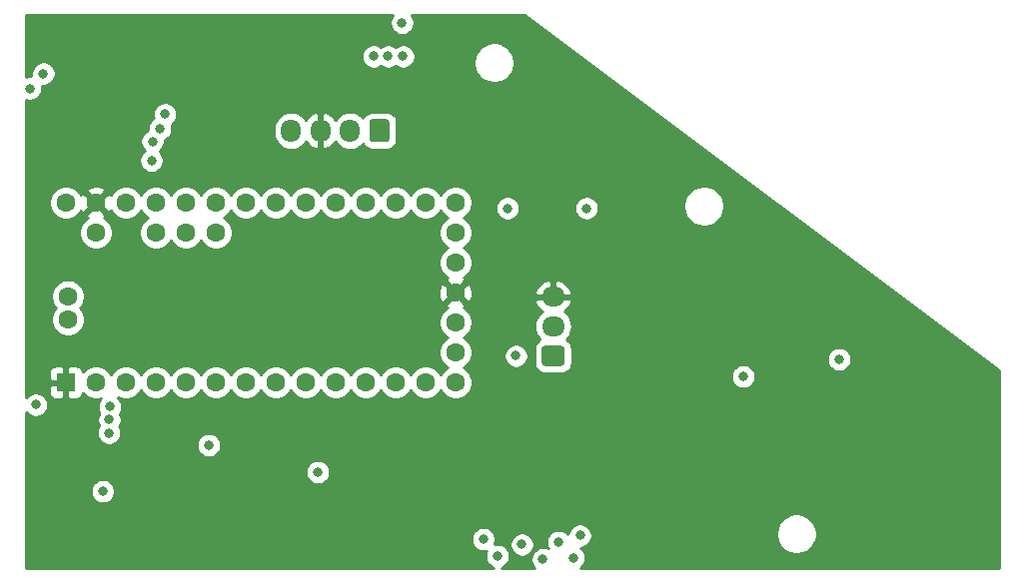
<source format=gbr>
%TF.GenerationSoftware,KiCad,Pcbnew,(5.1.10)-1*%
%TF.CreationDate,2022-10-29T14:49:15-06:00*%
%TF.ProjectId,MainBoard,4d61696e-426f-4617-9264-2e6b69636164,rev?*%
%TF.SameCoordinates,Original*%
%TF.FileFunction,Copper,L2,Inr*%
%TF.FilePolarity,Positive*%
%FSLAX46Y46*%
G04 Gerber Fmt 4.6, Leading zero omitted, Abs format (unit mm)*
G04 Created by KiCad (PCBNEW (5.1.10)-1) date 2022-10-29 14:49:15*
%MOMM*%
%LPD*%
G01*
G04 APERTURE LIST*
%TA.AperFunction,ComponentPad*%
%ADD10O,1.950000X1.700000*%
%TD*%
%TA.AperFunction,ComponentPad*%
%ADD11O,1.700000X1.950000*%
%TD*%
%TA.AperFunction,ComponentPad*%
%ADD12C,1.600000*%
%TD*%
%TA.AperFunction,ComponentPad*%
%ADD13R,1.600000X1.600000*%
%TD*%
%TA.AperFunction,ViaPad*%
%ADD14C,0.800000*%
%TD*%
%TA.AperFunction,Conductor*%
%ADD15C,0.254000*%
%TD*%
%TA.AperFunction,Conductor*%
%ADD16C,0.100000*%
%TD*%
G04 APERTURE END LIST*
D10*
%TO.N,GND*%
%TO.C,J4*%
X70764400Y-50016400D03*
%TO.N,+3V3*%
X70764400Y-52516400D03*
%TO.N,/Environmental Sensors/GP1818MK_TX*%
%TA.AperFunction,ComponentPad*%
G36*
G01*
X71489400Y-55866400D02*
X70039400Y-55866400D01*
G75*
G02*
X69789400Y-55616400I0J250000D01*
G01*
X69789400Y-54416400D01*
G75*
G02*
X70039400Y-54166400I250000J0D01*
G01*
X71489400Y-54166400D01*
G75*
G02*
X71739400Y-54416400I0J-250000D01*
G01*
X71739400Y-55616400D01*
G75*
G02*
X71489400Y-55866400I-250000J0D01*
G01*
G37*
%TD.AperFunction*%
%TD*%
D11*
%TO.N,/Environmental Sensors/SCL*%
%TO.C,J5*%
X48543200Y-35915600D03*
%TO.N,GND*%
X51043200Y-35915600D03*
%TO.N,/Environmental Sensors/SDA*%
X53543200Y-35915600D03*
%TO.N,+3V3*%
%TA.AperFunction,ComponentPad*%
G36*
G01*
X56893200Y-35190600D02*
X56893200Y-36640600D01*
G75*
G02*
X56643200Y-36890600I-250000J0D01*
G01*
X55443200Y-36890600D01*
G75*
G02*
X55193200Y-36640600I0J250000D01*
G01*
X55193200Y-35190600D01*
G75*
G02*
X55443200Y-34940600I250000J0D01*
G01*
X56643200Y-34940600D01*
G75*
G02*
X56893200Y-35190600I0J-250000D01*
G01*
G37*
%TD.AperFunction*%
%TD*%
D12*
%TO.N,Net-(U1-Pad39)*%
%TO.C,U1*%
X29641800Y-51943000D03*
%TO.N,Net-(U1-Pad40)*%
X29641800Y-49961800D03*
D13*
%TO.N,GND*%
X29464000Y-57277000D03*
D12*
%TO.N,/Environmental Sensors/GP1818MK_TX*%
X32004000Y-57277000D03*
%TO.N,Net-(U1-Pad3)*%
X34544000Y-57277000D03*
%TO.N,/Teensy LC/CHG_STAT*%
X37084000Y-57277000D03*
%TO.N,/BiasSet/BIAS_SET_IN*%
X39624000Y-57277000D03*
%TO.N,Net-(U1-Pad6)*%
X42164000Y-57277000D03*
%TO.N,Net-(U1-Pad7)*%
X44704000Y-57277000D03*
%TO.N,Net-(U1-Pad8)*%
X47244000Y-57277000D03*
%TO.N,Net-(U1-Pad9)*%
X49784000Y-57277000D03*
%TO.N,Net-(U1-Pad10)*%
X52324000Y-57277000D03*
%TO.N,Net-(U1-Pad11)*%
X54864000Y-57277000D03*
%TO.N,/Teensy LC/CS*%
X57404000Y-57277000D03*
%TO.N,/Teensy LC/DO*%
X59944000Y-57277000D03*
%TO.N,Net-(U1-Pad37)*%
X42164000Y-44577000D03*
%TO.N,Net-(U1-Pad36)*%
X39624000Y-44577000D03*
%TO.N,Net-(U1-Pad35)*%
X37084000Y-44577000D03*
%TO.N,Net-(U1-Pad34)*%
X32004000Y-44577000D03*
%TO.N,+5V*%
X29464000Y-42037000D03*
%TO.N,GND*%
X32004000Y-42037000D03*
%TO.N,+3V3*%
X34544000Y-42037000D03*
%TO.N,/Teensy LC/BTN1*%
X37084000Y-42037000D03*
%TO.N,/Teensy LC/BTN2*%
X39624000Y-42037000D03*
%TO.N,/Teensy LC/BTN3*%
X42164000Y-42037000D03*
%TO.N,/Teensy LC/BTN4*%
X44704000Y-42037000D03*
%TO.N,/Environmental Sensors/SCL*%
X47244000Y-42037000D03*
%TO.N,/Environmental Sensors/SDA*%
X49784000Y-42037000D03*
%TO.N,Net-(U1-Pad24)*%
X52324000Y-42037000D03*
%TO.N,Net-(U1-Pad23)*%
X54864000Y-42037000D03*
%TO.N,/ADC Preprocessing/MUON_PULSE*%
X57404000Y-42037000D03*
%TO.N,/ADC Preprocessing/PRESSURE_SENSE*%
X59944000Y-42037000D03*
%TO.N,/Teensy LC/DI*%
X62484000Y-57277000D03*
%TO.N,Net-(U1-Pad15)*%
X62484000Y-54737000D03*
%TO.N,+3V3*%
X62484000Y-52197000D03*
%TO.N,/Teensy LC/SCLK*%
X62484000Y-42037000D03*
%TO.N,Net-(U1-Pad19)*%
X62484000Y-44577000D03*
%TO.N,Net-(U1-Pad18)*%
X62484000Y-47117000D03*
%TO.N,GND*%
X62484000Y-49657000D03*
%TD*%
D14*
%TO.N,GND*%
X33655000Y-29210000D03*
X33655000Y-31115000D03*
X33655000Y-33020000D03*
X43140000Y-34863400D03*
X105714800Y-64922400D03*
X107569000Y-64922400D03*
X106578400Y-66040000D03*
X107670600Y-67360800D03*
X100660200Y-66421000D03*
X102235000Y-67640200D03*
X104775000Y-67640200D03*
%TO.N,+3V3*%
X57962800Y-26771600D03*
X58039000Y-29616400D03*
X55549800Y-29616400D03*
X56769000Y-29616400D03*
X37871400Y-34518600D03*
X36804600Y-36830000D03*
X37439600Y-35737800D03*
X36728400Y-38455600D03*
X33197800Y-59334400D03*
X33147000Y-60426600D03*
X33121600Y-61544200D03*
%TO.N,/ADC Preprocessing/MUON_PULSE*%
X94996000Y-55295800D03*
X73609200Y-42494200D03*
X66903600Y-42494200D03*
%TO.N,/BiasSet/BIAS_SET_OUT*%
X41568600Y-62596800D03*
X27559000Y-31064200D03*
%TO.N,/Teensy LC/CHG_STAT*%
X26416000Y-32334200D03*
%TO.N,/Environmental Sensors/GP1818MK_TX*%
X67614800Y-55016400D03*
X26924000Y-59156600D03*
%TO.N,+5V*%
X86868000Y-56769000D03*
X66040000Y-71983600D03*
X68122800Y-71018400D03*
X69900800Y-72263000D03*
X71221600Y-70789800D03*
X72491600Y-72136000D03*
X73050400Y-70256400D03*
X50825400Y-64871600D03*
X32588200Y-66497200D03*
X64846200Y-70561200D03*
%TD*%
D15*
%TO.N,GND*%
X57158863Y-26111826D02*
X57045595Y-26281344D01*
X56967574Y-26469702D01*
X56927800Y-26669661D01*
X56927800Y-26873539D01*
X56967574Y-27073498D01*
X57045595Y-27261856D01*
X57158863Y-27431374D01*
X57303026Y-27575537D01*
X57472544Y-27688805D01*
X57660902Y-27766826D01*
X57860861Y-27806600D01*
X58064739Y-27806600D01*
X58264698Y-27766826D01*
X58453056Y-27688805D01*
X58622574Y-27575537D01*
X58766737Y-27431374D01*
X58880005Y-27261856D01*
X58958026Y-27073498D01*
X58997800Y-26873539D01*
X58997800Y-26669661D01*
X58958026Y-26469702D01*
X58880005Y-26281344D01*
X58766737Y-26111826D01*
X58739911Y-26085000D01*
X68351668Y-26085000D01*
X108535000Y-56222500D01*
X108535001Y-72975000D01*
X73098898Y-72975000D01*
X73151374Y-72939937D01*
X73295537Y-72795774D01*
X73408805Y-72626256D01*
X73486826Y-72437898D01*
X73526600Y-72237939D01*
X73526600Y-72034061D01*
X73486826Y-71834102D01*
X73408805Y-71645744D01*
X73295537Y-71476226D01*
X73151374Y-71332063D01*
X73090517Y-71291400D01*
X73152339Y-71291400D01*
X73352298Y-71251626D01*
X73540656Y-71173605D01*
X73710174Y-71060337D01*
X73854337Y-70916174D01*
X73967605Y-70746656D01*
X74045626Y-70558298D01*
X74085400Y-70358339D01*
X74085400Y-70154461D01*
X74045626Y-69954502D01*
X74036768Y-69933117D01*
X89654200Y-69933117D01*
X89654200Y-70274883D01*
X89720875Y-70610081D01*
X89851663Y-70925831D01*
X90041537Y-71209998D01*
X90283202Y-71451663D01*
X90567369Y-71641537D01*
X90883119Y-71772325D01*
X91218317Y-71839000D01*
X91560083Y-71839000D01*
X91895281Y-71772325D01*
X92211031Y-71641537D01*
X92495198Y-71451663D01*
X92736863Y-71209998D01*
X92926737Y-70925831D01*
X93057525Y-70610081D01*
X93124200Y-70274883D01*
X93124200Y-69933117D01*
X93057525Y-69597919D01*
X92926737Y-69282169D01*
X92736863Y-68998002D01*
X92495198Y-68756337D01*
X92211031Y-68566463D01*
X91895281Y-68435675D01*
X91560083Y-68369000D01*
X91218317Y-68369000D01*
X90883119Y-68435675D01*
X90567369Y-68566463D01*
X90283202Y-68756337D01*
X90041537Y-68998002D01*
X89851663Y-69282169D01*
X89720875Y-69597919D01*
X89654200Y-69933117D01*
X74036768Y-69933117D01*
X73967605Y-69766144D01*
X73854337Y-69596626D01*
X73710174Y-69452463D01*
X73540656Y-69339195D01*
X73352298Y-69261174D01*
X73152339Y-69221400D01*
X72948461Y-69221400D01*
X72748502Y-69261174D01*
X72560144Y-69339195D01*
X72390626Y-69452463D01*
X72246463Y-69596626D01*
X72133195Y-69766144D01*
X72055174Y-69954502D01*
X72021136Y-70125625D01*
X71881374Y-69985863D01*
X71711856Y-69872595D01*
X71523498Y-69794574D01*
X71323539Y-69754800D01*
X71119661Y-69754800D01*
X70919702Y-69794574D01*
X70731344Y-69872595D01*
X70561826Y-69985863D01*
X70417663Y-70130026D01*
X70304395Y-70299544D01*
X70226374Y-70487902D01*
X70186600Y-70687861D01*
X70186600Y-70891739D01*
X70226374Y-71091698D01*
X70304395Y-71280056D01*
X70331966Y-71321319D01*
X70202698Y-71267774D01*
X70002739Y-71228000D01*
X69798861Y-71228000D01*
X69598902Y-71267774D01*
X69410544Y-71345795D01*
X69241026Y-71459063D01*
X69096863Y-71603226D01*
X68983595Y-71772744D01*
X68905574Y-71961102D01*
X68865800Y-72161061D01*
X68865800Y-72364939D01*
X68905574Y-72564898D01*
X68983595Y-72753256D01*
X69096863Y-72922774D01*
X69149089Y-72975000D01*
X66351135Y-72975000D01*
X66530256Y-72900805D01*
X66699774Y-72787537D01*
X66843937Y-72643374D01*
X66957205Y-72473856D01*
X67035226Y-72285498D01*
X67075000Y-72085539D01*
X67075000Y-71881661D01*
X67035226Y-71681702D01*
X66957205Y-71493344D01*
X66843937Y-71323826D01*
X66699774Y-71179663D01*
X66530256Y-71066395D01*
X66341898Y-70988374D01*
X66141939Y-70948600D01*
X65938061Y-70948600D01*
X65794153Y-70977225D01*
X65819322Y-70916461D01*
X67087800Y-70916461D01*
X67087800Y-71120339D01*
X67127574Y-71320298D01*
X67205595Y-71508656D01*
X67318863Y-71678174D01*
X67463026Y-71822337D01*
X67632544Y-71935605D01*
X67820902Y-72013626D01*
X68020861Y-72053400D01*
X68224739Y-72053400D01*
X68424698Y-72013626D01*
X68613056Y-71935605D01*
X68782574Y-71822337D01*
X68926737Y-71678174D01*
X69040005Y-71508656D01*
X69118026Y-71320298D01*
X69157800Y-71120339D01*
X69157800Y-70916461D01*
X69118026Y-70716502D01*
X69040005Y-70528144D01*
X68926737Y-70358626D01*
X68782574Y-70214463D01*
X68613056Y-70101195D01*
X68424698Y-70023174D01*
X68224739Y-69983400D01*
X68020861Y-69983400D01*
X67820902Y-70023174D01*
X67632544Y-70101195D01*
X67463026Y-70214463D01*
X67318863Y-70358626D01*
X67205595Y-70528144D01*
X67127574Y-70716502D01*
X67087800Y-70916461D01*
X65819322Y-70916461D01*
X65841426Y-70863098D01*
X65881200Y-70663139D01*
X65881200Y-70459261D01*
X65841426Y-70259302D01*
X65763405Y-70070944D01*
X65650137Y-69901426D01*
X65505974Y-69757263D01*
X65336456Y-69643995D01*
X65148098Y-69565974D01*
X64948139Y-69526200D01*
X64744261Y-69526200D01*
X64544302Y-69565974D01*
X64355944Y-69643995D01*
X64186426Y-69757263D01*
X64042263Y-69901426D01*
X63928995Y-70070944D01*
X63850974Y-70259302D01*
X63811200Y-70459261D01*
X63811200Y-70663139D01*
X63850974Y-70863098D01*
X63928995Y-71051456D01*
X64042263Y-71220974D01*
X64186426Y-71365137D01*
X64355944Y-71478405D01*
X64544302Y-71556426D01*
X64744261Y-71596200D01*
X64948139Y-71596200D01*
X65092047Y-71567575D01*
X65044774Y-71681702D01*
X65005000Y-71881661D01*
X65005000Y-72085539D01*
X65044774Y-72285498D01*
X65122795Y-72473856D01*
X65236063Y-72643374D01*
X65380226Y-72787537D01*
X65549744Y-72900805D01*
X65728865Y-72975000D01*
X26085000Y-72975000D01*
X26085000Y-66395261D01*
X31553200Y-66395261D01*
X31553200Y-66599139D01*
X31592974Y-66799098D01*
X31670995Y-66987456D01*
X31784263Y-67156974D01*
X31928426Y-67301137D01*
X32097944Y-67414405D01*
X32286302Y-67492426D01*
X32486261Y-67532200D01*
X32690139Y-67532200D01*
X32890098Y-67492426D01*
X33078456Y-67414405D01*
X33247974Y-67301137D01*
X33392137Y-67156974D01*
X33505405Y-66987456D01*
X33583426Y-66799098D01*
X33623200Y-66599139D01*
X33623200Y-66395261D01*
X33583426Y-66195302D01*
X33505405Y-66006944D01*
X33392137Y-65837426D01*
X33247974Y-65693263D01*
X33078456Y-65579995D01*
X32890098Y-65501974D01*
X32690139Y-65462200D01*
X32486261Y-65462200D01*
X32286302Y-65501974D01*
X32097944Y-65579995D01*
X31928426Y-65693263D01*
X31784263Y-65837426D01*
X31670995Y-66006944D01*
X31592974Y-66195302D01*
X31553200Y-66395261D01*
X26085000Y-66395261D01*
X26085000Y-64769661D01*
X49790400Y-64769661D01*
X49790400Y-64973539D01*
X49830174Y-65173498D01*
X49908195Y-65361856D01*
X50021463Y-65531374D01*
X50165626Y-65675537D01*
X50335144Y-65788805D01*
X50523502Y-65866826D01*
X50723461Y-65906600D01*
X50927339Y-65906600D01*
X51127298Y-65866826D01*
X51315656Y-65788805D01*
X51485174Y-65675537D01*
X51629337Y-65531374D01*
X51742605Y-65361856D01*
X51820626Y-65173498D01*
X51860400Y-64973539D01*
X51860400Y-64769661D01*
X51820626Y-64569702D01*
X51742605Y-64381344D01*
X51629337Y-64211826D01*
X51485174Y-64067663D01*
X51315656Y-63954395D01*
X51127298Y-63876374D01*
X50927339Y-63836600D01*
X50723461Y-63836600D01*
X50523502Y-63876374D01*
X50335144Y-63954395D01*
X50165626Y-64067663D01*
X50021463Y-64211826D01*
X49908195Y-64381344D01*
X49830174Y-64569702D01*
X49790400Y-64769661D01*
X26085000Y-64769661D01*
X26085000Y-59763898D01*
X26120063Y-59816374D01*
X26264226Y-59960537D01*
X26433744Y-60073805D01*
X26622102Y-60151826D01*
X26822061Y-60191600D01*
X27025939Y-60191600D01*
X27225898Y-60151826D01*
X27414256Y-60073805D01*
X27583774Y-59960537D01*
X27727937Y-59816374D01*
X27841205Y-59646856D01*
X27919226Y-59458498D01*
X27959000Y-59258539D01*
X27959000Y-59054661D01*
X27919226Y-58854702D01*
X27841205Y-58666344D01*
X27727937Y-58496826D01*
X27583774Y-58352663D01*
X27414256Y-58239395D01*
X27225898Y-58161374D01*
X27025939Y-58121600D01*
X26822061Y-58121600D01*
X26622102Y-58161374D01*
X26433744Y-58239395D01*
X26264226Y-58352663D01*
X26120063Y-58496826D01*
X26085000Y-58549302D01*
X26085000Y-58077000D01*
X28025928Y-58077000D01*
X28038188Y-58201482D01*
X28074498Y-58321180D01*
X28133463Y-58431494D01*
X28212815Y-58528185D01*
X28309506Y-58607537D01*
X28419820Y-58666502D01*
X28539518Y-58702812D01*
X28664000Y-58715072D01*
X29178250Y-58712000D01*
X29337000Y-58553250D01*
X29337000Y-57404000D01*
X28187750Y-57404000D01*
X28029000Y-57562750D01*
X28025928Y-58077000D01*
X26085000Y-58077000D01*
X26085000Y-56477000D01*
X28025928Y-56477000D01*
X28029000Y-56991250D01*
X28187750Y-57150000D01*
X29337000Y-57150000D01*
X29337000Y-56000750D01*
X29591000Y-56000750D01*
X29591000Y-57150000D01*
X29611000Y-57150000D01*
X29611000Y-57404000D01*
X29591000Y-57404000D01*
X29591000Y-58553250D01*
X29749750Y-58712000D01*
X30264000Y-58715072D01*
X30388482Y-58702812D01*
X30508180Y-58666502D01*
X30618494Y-58607537D01*
X30715185Y-58528185D01*
X30794537Y-58431494D01*
X30853502Y-58321180D01*
X30889812Y-58201482D01*
X30890643Y-58193039D01*
X31089241Y-58391637D01*
X31324273Y-58548680D01*
X31585426Y-58656853D01*
X31862665Y-58712000D01*
X32145335Y-58712000D01*
X32408920Y-58659569D01*
X32393863Y-58674626D01*
X32280595Y-58844144D01*
X32202574Y-59032502D01*
X32162800Y-59232461D01*
X32162800Y-59436339D01*
X32202574Y-59636298D01*
X32280595Y-59824656D01*
X32292509Y-59842486D01*
X32229795Y-59936344D01*
X32151774Y-60124702D01*
X32112000Y-60324661D01*
X32112000Y-60528539D01*
X32151774Y-60728498D01*
X32229795Y-60916856D01*
X32262895Y-60966393D01*
X32204395Y-61053944D01*
X32126374Y-61242302D01*
X32086600Y-61442261D01*
X32086600Y-61646139D01*
X32126374Y-61846098D01*
X32204395Y-62034456D01*
X32317663Y-62203974D01*
X32461826Y-62348137D01*
X32631344Y-62461405D01*
X32819702Y-62539426D01*
X33019661Y-62579200D01*
X33223539Y-62579200D01*
X33423498Y-62539426D01*
X33531086Y-62494861D01*
X40533600Y-62494861D01*
X40533600Y-62698739D01*
X40573374Y-62898698D01*
X40651395Y-63087056D01*
X40764663Y-63256574D01*
X40908826Y-63400737D01*
X41078344Y-63514005D01*
X41266702Y-63592026D01*
X41466661Y-63631800D01*
X41670539Y-63631800D01*
X41870498Y-63592026D01*
X42058856Y-63514005D01*
X42228374Y-63400737D01*
X42372537Y-63256574D01*
X42485805Y-63087056D01*
X42563826Y-62898698D01*
X42603600Y-62698739D01*
X42603600Y-62494861D01*
X42563826Y-62294902D01*
X42485805Y-62106544D01*
X42372537Y-61937026D01*
X42228374Y-61792863D01*
X42058856Y-61679595D01*
X41870498Y-61601574D01*
X41670539Y-61561800D01*
X41466661Y-61561800D01*
X41266702Y-61601574D01*
X41078344Y-61679595D01*
X40908826Y-61792863D01*
X40764663Y-61937026D01*
X40651395Y-62106544D01*
X40573374Y-62294902D01*
X40533600Y-62494861D01*
X33531086Y-62494861D01*
X33611856Y-62461405D01*
X33781374Y-62348137D01*
X33925537Y-62203974D01*
X34038805Y-62034456D01*
X34116826Y-61846098D01*
X34156600Y-61646139D01*
X34156600Y-61442261D01*
X34116826Y-61242302D01*
X34038805Y-61053944D01*
X34005705Y-61004407D01*
X34064205Y-60916856D01*
X34142226Y-60728498D01*
X34182000Y-60528539D01*
X34182000Y-60324661D01*
X34142226Y-60124702D01*
X34064205Y-59936344D01*
X34052291Y-59918514D01*
X34115005Y-59824656D01*
X34193026Y-59636298D01*
X34232800Y-59436339D01*
X34232800Y-59232461D01*
X34193026Y-59032502D01*
X34115005Y-58844144D01*
X34001737Y-58674626D01*
X33883935Y-58556824D01*
X34125426Y-58656853D01*
X34402665Y-58712000D01*
X34685335Y-58712000D01*
X34962574Y-58656853D01*
X35223727Y-58548680D01*
X35458759Y-58391637D01*
X35658637Y-58191759D01*
X35814000Y-57959241D01*
X35969363Y-58191759D01*
X36169241Y-58391637D01*
X36404273Y-58548680D01*
X36665426Y-58656853D01*
X36942665Y-58712000D01*
X37225335Y-58712000D01*
X37502574Y-58656853D01*
X37763727Y-58548680D01*
X37998759Y-58391637D01*
X38198637Y-58191759D01*
X38354000Y-57959241D01*
X38509363Y-58191759D01*
X38709241Y-58391637D01*
X38944273Y-58548680D01*
X39205426Y-58656853D01*
X39482665Y-58712000D01*
X39765335Y-58712000D01*
X40042574Y-58656853D01*
X40303727Y-58548680D01*
X40538759Y-58391637D01*
X40738637Y-58191759D01*
X40894000Y-57959241D01*
X41049363Y-58191759D01*
X41249241Y-58391637D01*
X41484273Y-58548680D01*
X41745426Y-58656853D01*
X42022665Y-58712000D01*
X42305335Y-58712000D01*
X42582574Y-58656853D01*
X42843727Y-58548680D01*
X43078759Y-58391637D01*
X43278637Y-58191759D01*
X43434000Y-57959241D01*
X43589363Y-58191759D01*
X43789241Y-58391637D01*
X44024273Y-58548680D01*
X44285426Y-58656853D01*
X44562665Y-58712000D01*
X44845335Y-58712000D01*
X45122574Y-58656853D01*
X45383727Y-58548680D01*
X45618759Y-58391637D01*
X45818637Y-58191759D01*
X45974000Y-57959241D01*
X46129363Y-58191759D01*
X46329241Y-58391637D01*
X46564273Y-58548680D01*
X46825426Y-58656853D01*
X47102665Y-58712000D01*
X47385335Y-58712000D01*
X47662574Y-58656853D01*
X47923727Y-58548680D01*
X48158759Y-58391637D01*
X48358637Y-58191759D01*
X48514000Y-57959241D01*
X48669363Y-58191759D01*
X48869241Y-58391637D01*
X49104273Y-58548680D01*
X49365426Y-58656853D01*
X49642665Y-58712000D01*
X49925335Y-58712000D01*
X50202574Y-58656853D01*
X50463727Y-58548680D01*
X50698759Y-58391637D01*
X50898637Y-58191759D01*
X51054000Y-57959241D01*
X51209363Y-58191759D01*
X51409241Y-58391637D01*
X51644273Y-58548680D01*
X51905426Y-58656853D01*
X52182665Y-58712000D01*
X52465335Y-58712000D01*
X52742574Y-58656853D01*
X53003727Y-58548680D01*
X53238759Y-58391637D01*
X53438637Y-58191759D01*
X53594000Y-57959241D01*
X53749363Y-58191759D01*
X53949241Y-58391637D01*
X54184273Y-58548680D01*
X54445426Y-58656853D01*
X54722665Y-58712000D01*
X55005335Y-58712000D01*
X55282574Y-58656853D01*
X55543727Y-58548680D01*
X55778759Y-58391637D01*
X55978637Y-58191759D01*
X56134000Y-57959241D01*
X56289363Y-58191759D01*
X56489241Y-58391637D01*
X56724273Y-58548680D01*
X56985426Y-58656853D01*
X57262665Y-58712000D01*
X57545335Y-58712000D01*
X57822574Y-58656853D01*
X58083727Y-58548680D01*
X58318759Y-58391637D01*
X58518637Y-58191759D01*
X58674000Y-57959241D01*
X58829363Y-58191759D01*
X59029241Y-58391637D01*
X59264273Y-58548680D01*
X59525426Y-58656853D01*
X59802665Y-58712000D01*
X60085335Y-58712000D01*
X60362574Y-58656853D01*
X60623727Y-58548680D01*
X60858759Y-58391637D01*
X61058637Y-58191759D01*
X61214000Y-57959241D01*
X61369363Y-58191759D01*
X61569241Y-58391637D01*
X61804273Y-58548680D01*
X62065426Y-58656853D01*
X62342665Y-58712000D01*
X62625335Y-58712000D01*
X62902574Y-58656853D01*
X63163727Y-58548680D01*
X63398759Y-58391637D01*
X63598637Y-58191759D01*
X63755680Y-57956727D01*
X63863853Y-57695574D01*
X63919000Y-57418335D01*
X63919000Y-57135665D01*
X63863853Y-56858426D01*
X63784588Y-56667061D01*
X85833000Y-56667061D01*
X85833000Y-56870939D01*
X85872774Y-57070898D01*
X85950795Y-57259256D01*
X86064063Y-57428774D01*
X86208226Y-57572937D01*
X86377744Y-57686205D01*
X86566102Y-57764226D01*
X86766061Y-57804000D01*
X86969939Y-57804000D01*
X87169898Y-57764226D01*
X87358256Y-57686205D01*
X87527774Y-57572937D01*
X87671937Y-57428774D01*
X87785205Y-57259256D01*
X87863226Y-57070898D01*
X87903000Y-56870939D01*
X87903000Y-56667061D01*
X87863226Y-56467102D01*
X87785205Y-56278744D01*
X87671937Y-56109226D01*
X87527774Y-55965063D01*
X87358256Y-55851795D01*
X87169898Y-55773774D01*
X86969939Y-55734000D01*
X86766061Y-55734000D01*
X86566102Y-55773774D01*
X86377744Y-55851795D01*
X86208226Y-55965063D01*
X86064063Y-56109226D01*
X85950795Y-56278744D01*
X85872774Y-56467102D01*
X85833000Y-56667061D01*
X63784588Y-56667061D01*
X63755680Y-56597273D01*
X63598637Y-56362241D01*
X63398759Y-56162363D01*
X63166241Y-56007000D01*
X63398759Y-55851637D01*
X63598637Y-55651759D01*
X63755680Y-55416727D01*
X63863853Y-55155574D01*
X63911813Y-54914461D01*
X66579800Y-54914461D01*
X66579800Y-55118339D01*
X66619574Y-55318298D01*
X66697595Y-55506656D01*
X66810863Y-55676174D01*
X66955026Y-55820337D01*
X67124544Y-55933605D01*
X67312902Y-56011626D01*
X67512861Y-56051400D01*
X67716739Y-56051400D01*
X67916698Y-56011626D01*
X68105056Y-55933605D01*
X68274574Y-55820337D01*
X68418737Y-55676174D01*
X68532005Y-55506656D01*
X68610026Y-55318298D01*
X68649800Y-55118339D01*
X68649800Y-54914461D01*
X68610026Y-54714502D01*
X68532005Y-54526144D01*
X68418737Y-54356626D01*
X68274574Y-54212463D01*
X68105056Y-54099195D01*
X67916698Y-54021174D01*
X67716739Y-53981400D01*
X67512861Y-53981400D01*
X67312902Y-54021174D01*
X67124544Y-54099195D01*
X66955026Y-54212463D01*
X66810863Y-54356626D01*
X66697595Y-54526144D01*
X66619574Y-54714502D01*
X66579800Y-54914461D01*
X63911813Y-54914461D01*
X63919000Y-54878335D01*
X63919000Y-54595665D01*
X63863853Y-54318426D01*
X63755680Y-54057273D01*
X63598637Y-53822241D01*
X63398759Y-53622363D01*
X63166241Y-53467000D01*
X63398759Y-53311637D01*
X63598637Y-53111759D01*
X63755680Y-52876727D01*
X63863853Y-52615574D01*
X63883580Y-52516400D01*
X69147215Y-52516400D01*
X69175887Y-52807511D01*
X69260801Y-53087434D01*
X69398694Y-53345414D01*
X69584266Y-53571534D01*
X69647737Y-53623623D01*
X69546014Y-53677995D01*
X69411438Y-53788438D01*
X69300995Y-53923014D01*
X69218928Y-54076550D01*
X69168392Y-54243146D01*
X69151328Y-54416400D01*
X69151328Y-55616400D01*
X69168392Y-55789654D01*
X69218928Y-55956250D01*
X69300995Y-56109786D01*
X69411438Y-56244362D01*
X69546014Y-56354805D01*
X69699550Y-56436872D01*
X69866146Y-56487408D01*
X70039400Y-56504472D01*
X71489400Y-56504472D01*
X71662654Y-56487408D01*
X71829250Y-56436872D01*
X71982786Y-56354805D01*
X72117362Y-56244362D01*
X72227805Y-56109786D01*
X72309872Y-55956250D01*
X72360408Y-55789654D01*
X72377472Y-55616400D01*
X72377472Y-55193861D01*
X93961000Y-55193861D01*
X93961000Y-55397739D01*
X94000774Y-55597698D01*
X94078795Y-55786056D01*
X94192063Y-55955574D01*
X94336226Y-56099737D01*
X94505744Y-56213005D01*
X94694102Y-56291026D01*
X94894061Y-56330800D01*
X95097939Y-56330800D01*
X95297898Y-56291026D01*
X95486256Y-56213005D01*
X95655774Y-56099737D01*
X95799937Y-55955574D01*
X95913205Y-55786056D01*
X95991226Y-55597698D01*
X96031000Y-55397739D01*
X96031000Y-55193861D01*
X95991226Y-54993902D01*
X95913205Y-54805544D01*
X95799937Y-54636026D01*
X95655774Y-54491863D01*
X95486256Y-54378595D01*
X95297898Y-54300574D01*
X95097939Y-54260800D01*
X94894061Y-54260800D01*
X94694102Y-54300574D01*
X94505744Y-54378595D01*
X94336226Y-54491863D01*
X94192063Y-54636026D01*
X94078795Y-54805544D01*
X94000774Y-54993902D01*
X93961000Y-55193861D01*
X72377472Y-55193861D01*
X72377472Y-54416400D01*
X72360408Y-54243146D01*
X72309872Y-54076550D01*
X72227805Y-53923014D01*
X72117362Y-53788438D01*
X71982786Y-53677995D01*
X71881063Y-53623623D01*
X71944534Y-53571534D01*
X72130106Y-53345414D01*
X72267999Y-53087434D01*
X72352913Y-52807511D01*
X72381585Y-52516400D01*
X72352913Y-52225289D01*
X72267999Y-51945366D01*
X72130106Y-51687386D01*
X71944534Y-51461266D01*
X71718414Y-51275694D01*
X71692678Y-51261938D01*
X71898829Y-51105449D01*
X72091896Y-50887593D01*
X72238752Y-50636258D01*
X72330876Y-50373290D01*
X72209555Y-50143400D01*
X70891400Y-50143400D01*
X70891400Y-50163400D01*
X70637400Y-50163400D01*
X70637400Y-50143400D01*
X69319245Y-50143400D01*
X69197924Y-50373290D01*
X69290048Y-50636258D01*
X69436904Y-50887593D01*
X69629971Y-51105449D01*
X69836122Y-51261938D01*
X69810386Y-51275694D01*
X69584266Y-51461266D01*
X69398694Y-51687386D01*
X69260801Y-51945366D01*
X69175887Y-52225289D01*
X69147215Y-52516400D01*
X63883580Y-52516400D01*
X63919000Y-52338335D01*
X63919000Y-52055665D01*
X63863853Y-51778426D01*
X63755680Y-51517273D01*
X63598637Y-51282241D01*
X63398759Y-51082363D01*
X63164872Y-50926085D01*
X63225514Y-50893671D01*
X63297097Y-50649702D01*
X62484000Y-49836605D01*
X61670903Y-50649702D01*
X61742486Y-50893671D01*
X61806992Y-50924194D01*
X61804273Y-50925320D01*
X61569241Y-51082363D01*
X61369363Y-51282241D01*
X61212320Y-51517273D01*
X61104147Y-51778426D01*
X61049000Y-52055665D01*
X61049000Y-52338335D01*
X61104147Y-52615574D01*
X61212320Y-52876727D01*
X61369363Y-53111759D01*
X61569241Y-53311637D01*
X61801759Y-53467000D01*
X61569241Y-53622363D01*
X61369363Y-53822241D01*
X61212320Y-54057273D01*
X61104147Y-54318426D01*
X61049000Y-54595665D01*
X61049000Y-54878335D01*
X61104147Y-55155574D01*
X61212320Y-55416727D01*
X61369363Y-55651759D01*
X61569241Y-55851637D01*
X61801759Y-56007000D01*
X61569241Y-56162363D01*
X61369363Y-56362241D01*
X61214000Y-56594759D01*
X61058637Y-56362241D01*
X60858759Y-56162363D01*
X60623727Y-56005320D01*
X60362574Y-55897147D01*
X60085335Y-55842000D01*
X59802665Y-55842000D01*
X59525426Y-55897147D01*
X59264273Y-56005320D01*
X59029241Y-56162363D01*
X58829363Y-56362241D01*
X58674000Y-56594759D01*
X58518637Y-56362241D01*
X58318759Y-56162363D01*
X58083727Y-56005320D01*
X57822574Y-55897147D01*
X57545335Y-55842000D01*
X57262665Y-55842000D01*
X56985426Y-55897147D01*
X56724273Y-56005320D01*
X56489241Y-56162363D01*
X56289363Y-56362241D01*
X56134000Y-56594759D01*
X55978637Y-56362241D01*
X55778759Y-56162363D01*
X55543727Y-56005320D01*
X55282574Y-55897147D01*
X55005335Y-55842000D01*
X54722665Y-55842000D01*
X54445426Y-55897147D01*
X54184273Y-56005320D01*
X53949241Y-56162363D01*
X53749363Y-56362241D01*
X53594000Y-56594759D01*
X53438637Y-56362241D01*
X53238759Y-56162363D01*
X53003727Y-56005320D01*
X52742574Y-55897147D01*
X52465335Y-55842000D01*
X52182665Y-55842000D01*
X51905426Y-55897147D01*
X51644273Y-56005320D01*
X51409241Y-56162363D01*
X51209363Y-56362241D01*
X51054000Y-56594759D01*
X50898637Y-56362241D01*
X50698759Y-56162363D01*
X50463727Y-56005320D01*
X50202574Y-55897147D01*
X49925335Y-55842000D01*
X49642665Y-55842000D01*
X49365426Y-55897147D01*
X49104273Y-56005320D01*
X48869241Y-56162363D01*
X48669363Y-56362241D01*
X48514000Y-56594759D01*
X48358637Y-56362241D01*
X48158759Y-56162363D01*
X47923727Y-56005320D01*
X47662574Y-55897147D01*
X47385335Y-55842000D01*
X47102665Y-55842000D01*
X46825426Y-55897147D01*
X46564273Y-56005320D01*
X46329241Y-56162363D01*
X46129363Y-56362241D01*
X45974000Y-56594759D01*
X45818637Y-56362241D01*
X45618759Y-56162363D01*
X45383727Y-56005320D01*
X45122574Y-55897147D01*
X44845335Y-55842000D01*
X44562665Y-55842000D01*
X44285426Y-55897147D01*
X44024273Y-56005320D01*
X43789241Y-56162363D01*
X43589363Y-56362241D01*
X43434000Y-56594759D01*
X43278637Y-56362241D01*
X43078759Y-56162363D01*
X42843727Y-56005320D01*
X42582574Y-55897147D01*
X42305335Y-55842000D01*
X42022665Y-55842000D01*
X41745426Y-55897147D01*
X41484273Y-56005320D01*
X41249241Y-56162363D01*
X41049363Y-56362241D01*
X40894000Y-56594759D01*
X40738637Y-56362241D01*
X40538759Y-56162363D01*
X40303727Y-56005320D01*
X40042574Y-55897147D01*
X39765335Y-55842000D01*
X39482665Y-55842000D01*
X39205426Y-55897147D01*
X38944273Y-56005320D01*
X38709241Y-56162363D01*
X38509363Y-56362241D01*
X38354000Y-56594759D01*
X38198637Y-56362241D01*
X37998759Y-56162363D01*
X37763727Y-56005320D01*
X37502574Y-55897147D01*
X37225335Y-55842000D01*
X36942665Y-55842000D01*
X36665426Y-55897147D01*
X36404273Y-56005320D01*
X36169241Y-56162363D01*
X35969363Y-56362241D01*
X35814000Y-56594759D01*
X35658637Y-56362241D01*
X35458759Y-56162363D01*
X35223727Y-56005320D01*
X34962574Y-55897147D01*
X34685335Y-55842000D01*
X34402665Y-55842000D01*
X34125426Y-55897147D01*
X33864273Y-56005320D01*
X33629241Y-56162363D01*
X33429363Y-56362241D01*
X33274000Y-56594759D01*
X33118637Y-56362241D01*
X32918759Y-56162363D01*
X32683727Y-56005320D01*
X32422574Y-55897147D01*
X32145335Y-55842000D01*
X31862665Y-55842000D01*
X31585426Y-55897147D01*
X31324273Y-56005320D01*
X31089241Y-56162363D01*
X30890643Y-56360961D01*
X30889812Y-56352518D01*
X30853502Y-56232820D01*
X30794537Y-56122506D01*
X30715185Y-56025815D01*
X30618494Y-55946463D01*
X30508180Y-55887498D01*
X30388482Y-55851188D01*
X30264000Y-55838928D01*
X29749750Y-55842000D01*
X29591000Y-56000750D01*
X29337000Y-56000750D01*
X29178250Y-55842000D01*
X28664000Y-55838928D01*
X28539518Y-55851188D01*
X28419820Y-55887498D01*
X28309506Y-55946463D01*
X28212815Y-56025815D01*
X28133463Y-56122506D01*
X28074498Y-56232820D01*
X28038188Y-56352518D01*
X28025928Y-56477000D01*
X26085000Y-56477000D01*
X26085000Y-49820465D01*
X28206800Y-49820465D01*
X28206800Y-50103135D01*
X28261947Y-50380374D01*
X28370120Y-50641527D01*
X28527163Y-50876559D01*
X28603004Y-50952400D01*
X28527163Y-51028241D01*
X28370120Y-51263273D01*
X28261947Y-51524426D01*
X28206800Y-51801665D01*
X28206800Y-52084335D01*
X28261947Y-52361574D01*
X28370120Y-52622727D01*
X28527163Y-52857759D01*
X28727041Y-53057637D01*
X28962073Y-53214680D01*
X29223226Y-53322853D01*
X29500465Y-53378000D01*
X29783135Y-53378000D01*
X30060374Y-53322853D01*
X30321527Y-53214680D01*
X30556559Y-53057637D01*
X30756437Y-52857759D01*
X30913480Y-52622727D01*
X31021653Y-52361574D01*
X31076800Y-52084335D01*
X31076800Y-51801665D01*
X31021653Y-51524426D01*
X30913480Y-51263273D01*
X30756437Y-51028241D01*
X30680596Y-50952400D01*
X30756437Y-50876559D01*
X30913480Y-50641527D01*
X31021653Y-50380374D01*
X31076800Y-50103135D01*
X31076800Y-49820465D01*
X31058311Y-49727512D01*
X61043783Y-49727512D01*
X61085213Y-50007130D01*
X61180397Y-50273292D01*
X61247329Y-50398514D01*
X61491298Y-50470097D01*
X62304395Y-49657000D01*
X62663605Y-49657000D01*
X63476702Y-50470097D01*
X63720671Y-50398514D01*
X63841571Y-50143004D01*
X63910300Y-49868816D01*
X63920617Y-49659510D01*
X69197924Y-49659510D01*
X69319245Y-49889400D01*
X70637400Y-49889400D01*
X70637400Y-48690235D01*
X70891400Y-48690235D01*
X70891400Y-49889400D01*
X72209555Y-49889400D01*
X72330876Y-49659510D01*
X72238752Y-49396542D01*
X72091896Y-49145207D01*
X71898829Y-48927351D01*
X71666970Y-48751347D01*
X71405230Y-48623958D01*
X71123667Y-48550080D01*
X70891400Y-48690235D01*
X70637400Y-48690235D01*
X70405133Y-48550080D01*
X70123570Y-48623958D01*
X69861830Y-48751347D01*
X69629971Y-48927351D01*
X69436904Y-49145207D01*
X69290048Y-49396542D01*
X69197924Y-49659510D01*
X63920617Y-49659510D01*
X63924217Y-49586488D01*
X63882787Y-49306870D01*
X63787603Y-49040708D01*
X63720671Y-48915486D01*
X63476702Y-48843903D01*
X62663605Y-49657000D01*
X62304395Y-49657000D01*
X61491298Y-48843903D01*
X61247329Y-48915486D01*
X61126429Y-49170996D01*
X61057700Y-49445184D01*
X61043783Y-49727512D01*
X31058311Y-49727512D01*
X31021653Y-49543226D01*
X30913480Y-49282073D01*
X30756437Y-49047041D01*
X30556559Y-48847163D01*
X30321527Y-48690120D01*
X30060374Y-48581947D01*
X29783135Y-48526800D01*
X29500465Y-48526800D01*
X29223226Y-48581947D01*
X28962073Y-48690120D01*
X28727041Y-48847163D01*
X28527163Y-49047041D01*
X28370120Y-49282073D01*
X28261947Y-49543226D01*
X28206800Y-49820465D01*
X26085000Y-49820465D01*
X26085000Y-44435665D01*
X30569000Y-44435665D01*
X30569000Y-44718335D01*
X30624147Y-44995574D01*
X30732320Y-45256727D01*
X30889363Y-45491759D01*
X31089241Y-45691637D01*
X31324273Y-45848680D01*
X31585426Y-45956853D01*
X31862665Y-46012000D01*
X32145335Y-46012000D01*
X32422574Y-45956853D01*
X32683727Y-45848680D01*
X32918759Y-45691637D01*
X33118637Y-45491759D01*
X33275680Y-45256727D01*
X33383853Y-44995574D01*
X33439000Y-44718335D01*
X33439000Y-44435665D01*
X33383853Y-44158426D01*
X33275680Y-43897273D01*
X33118637Y-43662241D01*
X32918759Y-43462363D01*
X32684872Y-43306085D01*
X32745514Y-43273671D01*
X32817097Y-43029702D01*
X32004000Y-42216605D01*
X31190903Y-43029702D01*
X31262486Y-43273671D01*
X31326992Y-43304194D01*
X31324273Y-43305320D01*
X31089241Y-43462363D01*
X30889363Y-43662241D01*
X30732320Y-43897273D01*
X30624147Y-44158426D01*
X30569000Y-44435665D01*
X26085000Y-44435665D01*
X26085000Y-41895665D01*
X28029000Y-41895665D01*
X28029000Y-42178335D01*
X28084147Y-42455574D01*
X28192320Y-42716727D01*
X28349363Y-42951759D01*
X28549241Y-43151637D01*
X28784273Y-43308680D01*
X29045426Y-43416853D01*
X29322665Y-43472000D01*
X29605335Y-43472000D01*
X29882574Y-43416853D01*
X30143727Y-43308680D01*
X30378759Y-43151637D01*
X30578637Y-42951759D01*
X30734915Y-42717872D01*
X30767329Y-42778514D01*
X31011298Y-42850097D01*
X31824395Y-42037000D01*
X32183605Y-42037000D01*
X32996702Y-42850097D01*
X33240671Y-42778514D01*
X33271194Y-42714008D01*
X33272320Y-42716727D01*
X33429363Y-42951759D01*
X33629241Y-43151637D01*
X33864273Y-43308680D01*
X34125426Y-43416853D01*
X34402665Y-43472000D01*
X34685335Y-43472000D01*
X34962574Y-43416853D01*
X35223727Y-43308680D01*
X35458759Y-43151637D01*
X35658637Y-42951759D01*
X35814000Y-42719241D01*
X35969363Y-42951759D01*
X36169241Y-43151637D01*
X36401759Y-43307000D01*
X36169241Y-43462363D01*
X35969363Y-43662241D01*
X35812320Y-43897273D01*
X35704147Y-44158426D01*
X35649000Y-44435665D01*
X35649000Y-44718335D01*
X35704147Y-44995574D01*
X35812320Y-45256727D01*
X35969363Y-45491759D01*
X36169241Y-45691637D01*
X36404273Y-45848680D01*
X36665426Y-45956853D01*
X36942665Y-46012000D01*
X37225335Y-46012000D01*
X37502574Y-45956853D01*
X37763727Y-45848680D01*
X37998759Y-45691637D01*
X38198637Y-45491759D01*
X38354000Y-45259241D01*
X38509363Y-45491759D01*
X38709241Y-45691637D01*
X38944273Y-45848680D01*
X39205426Y-45956853D01*
X39482665Y-46012000D01*
X39765335Y-46012000D01*
X40042574Y-45956853D01*
X40303727Y-45848680D01*
X40538759Y-45691637D01*
X40738637Y-45491759D01*
X40894000Y-45259241D01*
X41049363Y-45491759D01*
X41249241Y-45691637D01*
X41484273Y-45848680D01*
X41745426Y-45956853D01*
X42022665Y-46012000D01*
X42305335Y-46012000D01*
X42582574Y-45956853D01*
X42843727Y-45848680D01*
X43078759Y-45691637D01*
X43278637Y-45491759D01*
X43435680Y-45256727D01*
X43543853Y-44995574D01*
X43599000Y-44718335D01*
X43599000Y-44435665D01*
X43543853Y-44158426D01*
X43435680Y-43897273D01*
X43278637Y-43662241D01*
X43078759Y-43462363D01*
X42846241Y-43307000D01*
X43078759Y-43151637D01*
X43278637Y-42951759D01*
X43434000Y-42719241D01*
X43589363Y-42951759D01*
X43789241Y-43151637D01*
X44024273Y-43308680D01*
X44285426Y-43416853D01*
X44562665Y-43472000D01*
X44845335Y-43472000D01*
X45122574Y-43416853D01*
X45383727Y-43308680D01*
X45618759Y-43151637D01*
X45818637Y-42951759D01*
X45974000Y-42719241D01*
X46129363Y-42951759D01*
X46329241Y-43151637D01*
X46564273Y-43308680D01*
X46825426Y-43416853D01*
X47102665Y-43472000D01*
X47385335Y-43472000D01*
X47662574Y-43416853D01*
X47923727Y-43308680D01*
X48158759Y-43151637D01*
X48358637Y-42951759D01*
X48514000Y-42719241D01*
X48669363Y-42951759D01*
X48869241Y-43151637D01*
X49104273Y-43308680D01*
X49365426Y-43416853D01*
X49642665Y-43472000D01*
X49925335Y-43472000D01*
X50202574Y-43416853D01*
X50463727Y-43308680D01*
X50698759Y-43151637D01*
X50898637Y-42951759D01*
X51054000Y-42719241D01*
X51209363Y-42951759D01*
X51409241Y-43151637D01*
X51644273Y-43308680D01*
X51905426Y-43416853D01*
X52182665Y-43472000D01*
X52465335Y-43472000D01*
X52742574Y-43416853D01*
X53003727Y-43308680D01*
X53238759Y-43151637D01*
X53438637Y-42951759D01*
X53594000Y-42719241D01*
X53749363Y-42951759D01*
X53949241Y-43151637D01*
X54184273Y-43308680D01*
X54445426Y-43416853D01*
X54722665Y-43472000D01*
X55005335Y-43472000D01*
X55282574Y-43416853D01*
X55543727Y-43308680D01*
X55778759Y-43151637D01*
X55978637Y-42951759D01*
X56134000Y-42719241D01*
X56289363Y-42951759D01*
X56489241Y-43151637D01*
X56724273Y-43308680D01*
X56985426Y-43416853D01*
X57262665Y-43472000D01*
X57545335Y-43472000D01*
X57822574Y-43416853D01*
X58083727Y-43308680D01*
X58318759Y-43151637D01*
X58518637Y-42951759D01*
X58674000Y-42719241D01*
X58829363Y-42951759D01*
X59029241Y-43151637D01*
X59264273Y-43308680D01*
X59525426Y-43416853D01*
X59802665Y-43472000D01*
X60085335Y-43472000D01*
X60362574Y-43416853D01*
X60623727Y-43308680D01*
X60858759Y-43151637D01*
X61058637Y-42951759D01*
X61214000Y-42719241D01*
X61369363Y-42951759D01*
X61569241Y-43151637D01*
X61801759Y-43307000D01*
X61569241Y-43462363D01*
X61369363Y-43662241D01*
X61212320Y-43897273D01*
X61104147Y-44158426D01*
X61049000Y-44435665D01*
X61049000Y-44718335D01*
X61104147Y-44995574D01*
X61212320Y-45256727D01*
X61369363Y-45491759D01*
X61569241Y-45691637D01*
X61801759Y-45847000D01*
X61569241Y-46002363D01*
X61369363Y-46202241D01*
X61212320Y-46437273D01*
X61104147Y-46698426D01*
X61049000Y-46975665D01*
X61049000Y-47258335D01*
X61104147Y-47535574D01*
X61212320Y-47796727D01*
X61369363Y-48031759D01*
X61569241Y-48231637D01*
X61803128Y-48387915D01*
X61742486Y-48420329D01*
X61670903Y-48664298D01*
X62484000Y-49477395D01*
X63297097Y-48664298D01*
X63225514Y-48420329D01*
X63161008Y-48389806D01*
X63163727Y-48388680D01*
X63398759Y-48231637D01*
X63598637Y-48031759D01*
X63755680Y-47796727D01*
X63863853Y-47535574D01*
X63919000Y-47258335D01*
X63919000Y-46975665D01*
X63863853Y-46698426D01*
X63755680Y-46437273D01*
X63598637Y-46202241D01*
X63398759Y-46002363D01*
X63166241Y-45847000D01*
X63398759Y-45691637D01*
X63598637Y-45491759D01*
X63755680Y-45256727D01*
X63863853Y-44995574D01*
X63919000Y-44718335D01*
X63919000Y-44435665D01*
X63863853Y-44158426D01*
X63755680Y-43897273D01*
X63598637Y-43662241D01*
X63398759Y-43462363D01*
X63166241Y-43307000D01*
X63398759Y-43151637D01*
X63598637Y-42951759D01*
X63755680Y-42716727D01*
X63863853Y-42455574D01*
X63876446Y-42392261D01*
X65868600Y-42392261D01*
X65868600Y-42596139D01*
X65908374Y-42796098D01*
X65986395Y-42984456D01*
X66099663Y-43153974D01*
X66243826Y-43298137D01*
X66413344Y-43411405D01*
X66601702Y-43489426D01*
X66801661Y-43529200D01*
X67005539Y-43529200D01*
X67205498Y-43489426D01*
X67393856Y-43411405D01*
X67563374Y-43298137D01*
X67707537Y-43153974D01*
X67820805Y-42984456D01*
X67898826Y-42796098D01*
X67938600Y-42596139D01*
X67938600Y-42392261D01*
X72574200Y-42392261D01*
X72574200Y-42596139D01*
X72613974Y-42796098D01*
X72691995Y-42984456D01*
X72805263Y-43153974D01*
X72949426Y-43298137D01*
X73118944Y-43411405D01*
X73307302Y-43489426D01*
X73507261Y-43529200D01*
X73711139Y-43529200D01*
X73911098Y-43489426D01*
X74099456Y-43411405D01*
X74268974Y-43298137D01*
X74413137Y-43153974D01*
X74526405Y-42984456D01*
X74604426Y-42796098D01*
X74644200Y-42596139D01*
X74644200Y-42392261D01*
X74604426Y-42192302D01*
X74585047Y-42145517D01*
X81805600Y-42145517D01*
X81805600Y-42487283D01*
X81872275Y-42822481D01*
X82003063Y-43138231D01*
X82192937Y-43422398D01*
X82434602Y-43664063D01*
X82718769Y-43853937D01*
X83034519Y-43984725D01*
X83369717Y-44051400D01*
X83711483Y-44051400D01*
X84046681Y-43984725D01*
X84362431Y-43853937D01*
X84646598Y-43664063D01*
X84888263Y-43422398D01*
X85078137Y-43138231D01*
X85208925Y-42822481D01*
X85275600Y-42487283D01*
X85275600Y-42145517D01*
X85208925Y-41810319D01*
X85078137Y-41494569D01*
X84888263Y-41210402D01*
X84646598Y-40968737D01*
X84362431Y-40778863D01*
X84046681Y-40648075D01*
X83711483Y-40581400D01*
X83369717Y-40581400D01*
X83034519Y-40648075D01*
X82718769Y-40778863D01*
X82434602Y-40968737D01*
X82192937Y-41210402D01*
X82003063Y-41494569D01*
X81872275Y-41810319D01*
X81805600Y-42145517D01*
X74585047Y-42145517D01*
X74526405Y-42003944D01*
X74413137Y-41834426D01*
X74268974Y-41690263D01*
X74099456Y-41576995D01*
X73911098Y-41498974D01*
X73711139Y-41459200D01*
X73507261Y-41459200D01*
X73307302Y-41498974D01*
X73118944Y-41576995D01*
X72949426Y-41690263D01*
X72805263Y-41834426D01*
X72691995Y-42003944D01*
X72613974Y-42192302D01*
X72574200Y-42392261D01*
X67938600Y-42392261D01*
X67898826Y-42192302D01*
X67820805Y-42003944D01*
X67707537Y-41834426D01*
X67563374Y-41690263D01*
X67393856Y-41576995D01*
X67205498Y-41498974D01*
X67005539Y-41459200D01*
X66801661Y-41459200D01*
X66601702Y-41498974D01*
X66413344Y-41576995D01*
X66243826Y-41690263D01*
X66099663Y-41834426D01*
X65986395Y-42003944D01*
X65908374Y-42192302D01*
X65868600Y-42392261D01*
X63876446Y-42392261D01*
X63919000Y-42178335D01*
X63919000Y-41895665D01*
X63863853Y-41618426D01*
X63755680Y-41357273D01*
X63598637Y-41122241D01*
X63398759Y-40922363D01*
X63163727Y-40765320D01*
X62902574Y-40657147D01*
X62625335Y-40602000D01*
X62342665Y-40602000D01*
X62065426Y-40657147D01*
X61804273Y-40765320D01*
X61569241Y-40922363D01*
X61369363Y-41122241D01*
X61214000Y-41354759D01*
X61058637Y-41122241D01*
X60858759Y-40922363D01*
X60623727Y-40765320D01*
X60362574Y-40657147D01*
X60085335Y-40602000D01*
X59802665Y-40602000D01*
X59525426Y-40657147D01*
X59264273Y-40765320D01*
X59029241Y-40922363D01*
X58829363Y-41122241D01*
X58674000Y-41354759D01*
X58518637Y-41122241D01*
X58318759Y-40922363D01*
X58083727Y-40765320D01*
X57822574Y-40657147D01*
X57545335Y-40602000D01*
X57262665Y-40602000D01*
X56985426Y-40657147D01*
X56724273Y-40765320D01*
X56489241Y-40922363D01*
X56289363Y-41122241D01*
X56134000Y-41354759D01*
X55978637Y-41122241D01*
X55778759Y-40922363D01*
X55543727Y-40765320D01*
X55282574Y-40657147D01*
X55005335Y-40602000D01*
X54722665Y-40602000D01*
X54445426Y-40657147D01*
X54184273Y-40765320D01*
X53949241Y-40922363D01*
X53749363Y-41122241D01*
X53594000Y-41354759D01*
X53438637Y-41122241D01*
X53238759Y-40922363D01*
X53003727Y-40765320D01*
X52742574Y-40657147D01*
X52465335Y-40602000D01*
X52182665Y-40602000D01*
X51905426Y-40657147D01*
X51644273Y-40765320D01*
X51409241Y-40922363D01*
X51209363Y-41122241D01*
X51054000Y-41354759D01*
X50898637Y-41122241D01*
X50698759Y-40922363D01*
X50463727Y-40765320D01*
X50202574Y-40657147D01*
X49925335Y-40602000D01*
X49642665Y-40602000D01*
X49365426Y-40657147D01*
X49104273Y-40765320D01*
X48869241Y-40922363D01*
X48669363Y-41122241D01*
X48514000Y-41354759D01*
X48358637Y-41122241D01*
X48158759Y-40922363D01*
X47923727Y-40765320D01*
X47662574Y-40657147D01*
X47385335Y-40602000D01*
X47102665Y-40602000D01*
X46825426Y-40657147D01*
X46564273Y-40765320D01*
X46329241Y-40922363D01*
X46129363Y-41122241D01*
X45974000Y-41354759D01*
X45818637Y-41122241D01*
X45618759Y-40922363D01*
X45383727Y-40765320D01*
X45122574Y-40657147D01*
X44845335Y-40602000D01*
X44562665Y-40602000D01*
X44285426Y-40657147D01*
X44024273Y-40765320D01*
X43789241Y-40922363D01*
X43589363Y-41122241D01*
X43434000Y-41354759D01*
X43278637Y-41122241D01*
X43078759Y-40922363D01*
X42843727Y-40765320D01*
X42582574Y-40657147D01*
X42305335Y-40602000D01*
X42022665Y-40602000D01*
X41745426Y-40657147D01*
X41484273Y-40765320D01*
X41249241Y-40922363D01*
X41049363Y-41122241D01*
X40894000Y-41354759D01*
X40738637Y-41122241D01*
X40538759Y-40922363D01*
X40303727Y-40765320D01*
X40042574Y-40657147D01*
X39765335Y-40602000D01*
X39482665Y-40602000D01*
X39205426Y-40657147D01*
X38944273Y-40765320D01*
X38709241Y-40922363D01*
X38509363Y-41122241D01*
X38354000Y-41354759D01*
X38198637Y-41122241D01*
X37998759Y-40922363D01*
X37763727Y-40765320D01*
X37502574Y-40657147D01*
X37225335Y-40602000D01*
X36942665Y-40602000D01*
X36665426Y-40657147D01*
X36404273Y-40765320D01*
X36169241Y-40922363D01*
X35969363Y-41122241D01*
X35814000Y-41354759D01*
X35658637Y-41122241D01*
X35458759Y-40922363D01*
X35223727Y-40765320D01*
X34962574Y-40657147D01*
X34685335Y-40602000D01*
X34402665Y-40602000D01*
X34125426Y-40657147D01*
X33864273Y-40765320D01*
X33629241Y-40922363D01*
X33429363Y-41122241D01*
X33273085Y-41356128D01*
X33240671Y-41295486D01*
X32996702Y-41223903D01*
X32183605Y-42037000D01*
X31824395Y-42037000D01*
X31011298Y-41223903D01*
X30767329Y-41295486D01*
X30736806Y-41359992D01*
X30735680Y-41357273D01*
X30578637Y-41122241D01*
X30500694Y-41044298D01*
X31190903Y-41044298D01*
X32004000Y-41857395D01*
X32817097Y-41044298D01*
X32745514Y-40800329D01*
X32490004Y-40679429D01*
X32215816Y-40610700D01*
X31933488Y-40596783D01*
X31653870Y-40638213D01*
X31387708Y-40733397D01*
X31262486Y-40800329D01*
X31190903Y-41044298D01*
X30500694Y-41044298D01*
X30378759Y-40922363D01*
X30143727Y-40765320D01*
X29882574Y-40657147D01*
X29605335Y-40602000D01*
X29322665Y-40602000D01*
X29045426Y-40657147D01*
X28784273Y-40765320D01*
X28549241Y-40922363D01*
X28349363Y-41122241D01*
X28192320Y-41357273D01*
X28084147Y-41618426D01*
X28029000Y-41895665D01*
X26085000Y-41895665D01*
X26085000Y-38353661D01*
X35693400Y-38353661D01*
X35693400Y-38557539D01*
X35733174Y-38757498D01*
X35811195Y-38945856D01*
X35924463Y-39115374D01*
X36068626Y-39259537D01*
X36238144Y-39372805D01*
X36426502Y-39450826D01*
X36626461Y-39490600D01*
X36830339Y-39490600D01*
X37030298Y-39450826D01*
X37218656Y-39372805D01*
X37388174Y-39259537D01*
X37532337Y-39115374D01*
X37645605Y-38945856D01*
X37723626Y-38757498D01*
X37763400Y-38557539D01*
X37763400Y-38353661D01*
X37723626Y-38153702D01*
X37645605Y-37965344D01*
X37532337Y-37795826D01*
X37408069Y-37671558D01*
X37464374Y-37633937D01*
X37608537Y-37489774D01*
X37721805Y-37320256D01*
X37799826Y-37131898D01*
X37839600Y-36931939D01*
X37839600Y-36728061D01*
X37833045Y-36695106D01*
X37929856Y-36655005D01*
X38099374Y-36541737D01*
X38243537Y-36397574D01*
X38356805Y-36228056D01*
X38434826Y-36039698D01*
X38474600Y-35839739D01*
X38474600Y-35717650D01*
X47058200Y-35717650D01*
X47058200Y-36113549D01*
X47079687Y-36331710D01*
X47164601Y-36611633D01*
X47302494Y-36869613D01*
X47488066Y-37095734D01*
X47714186Y-37281306D01*
X47972166Y-37419199D01*
X48252089Y-37504113D01*
X48543200Y-37532785D01*
X48834310Y-37504113D01*
X49114233Y-37419199D01*
X49372213Y-37281306D01*
X49598334Y-37095734D01*
X49783906Y-36869614D01*
X49797662Y-36843878D01*
X49954151Y-37050029D01*
X50172007Y-37243096D01*
X50423342Y-37389952D01*
X50686310Y-37482076D01*
X50916200Y-37360755D01*
X50916200Y-36042600D01*
X50896200Y-36042600D01*
X50896200Y-35788600D01*
X50916200Y-35788600D01*
X50916200Y-34470445D01*
X51170200Y-34470445D01*
X51170200Y-35788600D01*
X51190200Y-35788600D01*
X51190200Y-36042600D01*
X51170200Y-36042600D01*
X51170200Y-37360755D01*
X51400090Y-37482076D01*
X51663058Y-37389952D01*
X51914393Y-37243096D01*
X52132249Y-37050029D01*
X52288738Y-36843878D01*
X52302494Y-36869613D01*
X52488066Y-37095734D01*
X52714186Y-37281306D01*
X52972166Y-37419199D01*
X53252089Y-37504113D01*
X53543200Y-37532785D01*
X53834310Y-37504113D01*
X54114233Y-37419199D01*
X54372213Y-37281306D01*
X54598334Y-37095734D01*
X54650423Y-37032263D01*
X54704795Y-37133986D01*
X54815238Y-37268562D01*
X54949814Y-37379005D01*
X55103350Y-37461072D01*
X55269946Y-37511608D01*
X55443200Y-37528672D01*
X56643200Y-37528672D01*
X56816454Y-37511608D01*
X56983050Y-37461072D01*
X57136586Y-37379005D01*
X57271162Y-37268562D01*
X57381605Y-37133986D01*
X57463672Y-36980450D01*
X57514208Y-36813854D01*
X57531272Y-36640600D01*
X57531272Y-35190600D01*
X57514208Y-35017346D01*
X57463672Y-34850750D01*
X57381605Y-34697214D01*
X57271162Y-34562638D01*
X57136586Y-34452195D01*
X56983050Y-34370128D01*
X56816454Y-34319592D01*
X56643200Y-34302528D01*
X55443200Y-34302528D01*
X55269946Y-34319592D01*
X55103350Y-34370128D01*
X54949814Y-34452195D01*
X54815238Y-34562638D01*
X54704795Y-34697214D01*
X54650423Y-34798937D01*
X54598334Y-34735466D01*
X54372214Y-34549894D01*
X54114234Y-34412001D01*
X53834311Y-34327087D01*
X53543200Y-34298415D01*
X53252090Y-34327087D01*
X52972167Y-34412001D01*
X52714187Y-34549894D01*
X52488066Y-34735466D01*
X52302494Y-34961586D01*
X52288738Y-34987322D01*
X52132249Y-34781171D01*
X51914393Y-34588104D01*
X51663058Y-34441248D01*
X51400090Y-34349124D01*
X51170200Y-34470445D01*
X50916200Y-34470445D01*
X50686310Y-34349124D01*
X50423342Y-34441248D01*
X50172007Y-34588104D01*
X49954151Y-34781171D01*
X49797662Y-34987322D01*
X49783906Y-34961586D01*
X49598334Y-34735466D01*
X49372214Y-34549894D01*
X49114234Y-34412001D01*
X48834311Y-34327087D01*
X48543200Y-34298415D01*
X48252090Y-34327087D01*
X47972167Y-34412001D01*
X47714187Y-34549894D01*
X47488066Y-34735466D01*
X47302494Y-34961586D01*
X47164601Y-35219566D01*
X47079687Y-35499489D01*
X47058200Y-35717650D01*
X38474600Y-35717650D01*
X38474600Y-35635861D01*
X38434826Y-35435902D01*
X38418933Y-35397534D01*
X38531174Y-35322537D01*
X38675337Y-35178374D01*
X38788605Y-35008856D01*
X38866626Y-34820498D01*
X38906400Y-34620539D01*
X38906400Y-34416661D01*
X38866626Y-34216702D01*
X38788605Y-34028344D01*
X38675337Y-33858826D01*
X38531174Y-33714663D01*
X38361656Y-33601395D01*
X38173298Y-33523374D01*
X37973339Y-33483600D01*
X37769461Y-33483600D01*
X37569502Y-33523374D01*
X37381144Y-33601395D01*
X37211626Y-33714663D01*
X37067463Y-33858826D01*
X36954195Y-34028344D01*
X36876174Y-34216702D01*
X36836400Y-34416661D01*
X36836400Y-34620539D01*
X36876174Y-34820498D01*
X36892067Y-34858866D01*
X36779826Y-34933863D01*
X36635663Y-35078026D01*
X36522395Y-35247544D01*
X36444374Y-35435902D01*
X36404600Y-35635861D01*
X36404600Y-35839739D01*
X36411155Y-35872694D01*
X36314344Y-35912795D01*
X36144826Y-36026063D01*
X36000663Y-36170226D01*
X35887395Y-36339744D01*
X35809374Y-36528102D01*
X35769600Y-36728061D01*
X35769600Y-36931939D01*
X35809374Y-37131898D01*
X35887395Y-37320256D01*
X36000663Y-37489774D01*
X36124931Y-37614042D01*
X36068626Y-37651663D01*
X35924463Y-37795826D01*
X35811195Y-37965344D01*
X35733174Y-38153702D01*
X35693400Y-38353661D01*
X26085000Y-38353661D01*
X26085000Y-33317371D01*
X26114102Y-33329426D01*
X26314061Y-33369200D01*
X26517939Y-33369200D01*
X26717898Y-33329426D01*
X26906256Y-33251405D01*
X27075774Y-33138137D01*
X27219937Y-32993974D01*
X27333205Y-32824456D01*
X27411226Y-32636098D01*
X27451000Y-32436139D01*
X27451000Y-32232261D01*
X27423193Y-32092463D01*
X27457061Y-32099200D01*
X27660939Y-32099200D01*
X27860898Y-32059426D01*
X28049256Y-31981405D01*
X28218774Y-31868137D01*
X28362937Y-31723974D01*
X28476205Y-31554456D01*
X28554226Y-31366098D01*
X28594000Y-31166139D01*
X28594000Y-30962261D01*
X28554226Y-30762302D01*
X28476205Y-30573944D01*
X28362937Y-30404426D01*
X28218774Y-30260263D01*
X28049256Y-30146995D01*
X27860898Y-30068974D01*
X27660939Y-30029200D01*
X27457061Y-30029200D01*
X27257102Y-30068974D01*
X27068744Y-30146995D01*
X26899226Y-30260263D01*
X26755063Y-30404426D01*
X26641795Y-30573944D01*
X26563774Y-30762302D01*
X26524000Y-30962261D01*
X26524000Y-31166139D01*
X26551807Y-31305937D01*
X26517939Y-31299200D01*
X26314061Y-31299200D01*
X26114102Y-31338974D01*
X26085000Y-31351029D01*
X26085000Y-29514461D01*
X54514800Y-29514461D01*
X54514800Y-29718339D01*
X54554574Y-29918298D01*
X54632595Y-30106656D01*
X54745863Y-30276174D01*
X54890026Y-30420337D01*
X55059544Y-30533605D01*
X55247902Y-30611626D01*
X55447861Y-30651400D01*
X55651739Y-30651400D01*
X55851698Y-30611626D01*
X56040056Y-30533605D01*
X56159400Y-30453862D01*
X56278744Y-30533605D01*
X56467102Y-30611626D01*
X56667061Y-30651400D01*
X56870939Y-30651400D01*
X57070898Y-30611626D01*
X57259256Y-30533605D01*
X57404000Y-30436890D01*
X57548744Y-30533605D01*
X57737102Y-30611626D01*
X57937061Y-30651400D01*
X58140939Y-30651400D01*
X58340898Y-30611626D01*
X58529256Y-30533605D01*
X58698774Y-30420337D01*
X58842937Y-30276174D01*
X58956205Y-30106656D01*
X59009116Y-29978917D01*
X64025600Y-29978917D01*
X64025600Y-30320683D01*
X64092275Y-30655881D01*
X64223063Y-30971631D01*
X64412937Y-31255798D01*
X64654602Y-31497463D01*
X64938769Y-31687337D01*
X65254519Y-31818125D01*
X65589717Y-31884800D01*
X65931483Y-31884800D01*
X66266681Y-31818125D01*
X66582431Y-31687337D01*
X66866598Y-31497463D01*
X67108263Y-31255798D01*
X67298137Y-30971631D01*
X67428925Y-30655881D01*
X67495600Y-30320683D01*
X67495600Y-29978917D01*
X67428925Y-29643719D01*
X67298137Y-29327969D01*
X67108263Y-29043802D01*
X66866598Y-28802137D01*
X66582431Y-28612263D01*
X66266681Y-28481475D01*
X65931483Y-28414800D01*
X65589717Y-28414800D01*
X65254519Y-28481475D01*
X64938769Y-28612263D01*
X64654602Y-28802137D01*
X64412937Y-29043802D01*
X64223063Y-29327969D01*
X64092275Y-29643719D01*
X64025600Y-29978917D01*
X59009116Y-29978917D01*
X59034226Y-29918298D01*
X59074000Y-29718339D01*
X59074000Y-29514461D01*
X59034226Y-29314502D01*
X58956205Y-29126144D01*
X58842937Y-28956626D01*
X58698774Y-28812463D01*
X58529256Y-28699195D01*
X58340898Y-28621174D01*
X58140939Y-28581400D01*
X57937061Y-28581400D01*
X57737102Y-28621174D01*
X57548744Y-28699195D01*
X57404000Y-28795910D01*
X57259256Y-28699195D01*
X57070898Y-28621174D01*
X56870939Y-28581400D01*
X56667061Y-28581400D01*
X56467102Y-28621174D01*
X56278744Y-28699195D01*
X56159400Y-28778938D01*
X56040056Y-28699195D01*
X55851698Y-28621174D01*
X55651739Y-28581400D01*
X55447861Y-28581400D01*
X55247902Y-28621174D01*
X55059544Y-28699195D01*
X54890026Y-28812463D01*
X54745863Y-28956626D01*
X54632595Y-29126144D01*
X54554574Y-29314502D01*
X54514800Y-29514461D01*
X26085000Y-29514461D01*
X26085000Y-26085000D01*
X57185689Y-26085000D01*
X57158863Y-26111826D01*
%TA.AperFunction,Conductor*%
D16*
G36*
X57158863Y-26111826D02*
G01*
X57045595Y-26281344D01*
X56967574Y-26469702D01*
X56927800Y-26669661D01*
X56927800Y-26873539D01*
X56967574Y-27073498D01*
X57045595Y-27261856D01*
X57158863Y-27431374D01*
X57303026Y-27575537D01*
X57472544Y-27688805D01*
X57660902Y-27766826D01*
X57860861Y-27806600D01*
X58064739Y-27806600D01*
X58264698Y-27766826D01*
X58453056Y-27688805D01*
X58622574Y-27575537D01*
X58766737Y-27431374D01*
X58880005Y-27261856D01*
X58958026Y-27073498D01*
X58997800Y-26873539D01*
X58997800Y-26669661D01*
X58958026Y-26469702D01*
X58880005Y-26281344D01*
X58766737Y-26111826D01*
X58739911Y-26085000D01*
X68351668Y-26085000D01*
X108535000Y-56222500D01*
X108535001Y-72975000D01*
X73098898Y-72975000D01*
X73151374Y-72939937D01*
X73295537Y-72795774D01*
X73408805Y-72626256D01*
X73486826Y-72437898D01*
X73526600Y-72237939D01*
X73526600Y-72034061D01*
X73486826Y-71834102D01*
X73408805Y-71645744D01*
X73295537Y-71476226D01*
X73151374Y-71332063D01*
X73090517Y-71291400D01*
X73152339Y-71291400D01*
X73352298Y-71251626D01*
X73540656Y-71173605D01*
X73710174Y-71060337D01*
X73854337Y-70916174D01*
X73967605Y-70746656D01*
X74045626Y-70558298D01*
X74085400Y-70358339D01*
X74085400Y-70154461D01*
X74045626Y-69954502D01*
X74036768Y-69933117D01*
X89654200Y-69933117D01*
X89654200Y-70274883D01*
X89720875Y-70610081D01*
X89851663Y-70925831D01*
X90041537Y-71209998D01*
X90283202Y-71451663D01*
X90567369Y-71641537D01*
X90883119Y-71772325D01*
X91218317Y-71839000D01*
X91560083Y-71839000D01*
X91895281Y-71772325D01*
X92211031Y-71641537D01*
X92495198Y-71451663D01*
X92736863Y-71209998D01*
X92926737Y-70925831D01*
X93057525Y-70610081D01*
X93124200Y-70274883D01*
X93124200Y-69933117D01*
X93057525Y-69597919D01*
X92926737Y-69282169D01*
X92736863Y-68998002D01*
X92495198Y-68756337D01*
X92211031Y-68566463D01*
X91895281Y-68435675D01*
X91560083Y-68369000D01*
X91218317Y-68369000D01*
X90883119Y-68435675D01*
X90567369Y-68566463D01*
X90283202Y-68756337D01*
X90041537Y-68998002D01*
X89851663Y-69282169D01*
X89720875Y-69597919D01*
X89654200Y-69933117D01*
X74036768Y-69933117D01*
X73967605Y-69766144D01*
X73854337Y-69596626D01*
X73710174Y-69452463D01*
X73540656Y-69339195D01*
X73352298Y-69261174D01*
X73152339Y-69221400D01*
X72948461Y-69221400D01*
X72748502Y-69261174D01*
X72560144Y-69339195D01*
X72390626Y-69452463D01*
X72246463Y-69596626D01*
X72133195Y-69766144D01*
X72055174Y-69954502D01*
X72021136Y-70125625D01*
X71881374Y-69985863D01*
X71711856Y-69872595D01*
X71523498Y-69794574D01*
X71323539Y-69754800D01*
X71119661Y-69754800D01*
X70919702Y-69794574D01*
X70731344Y-69872595D01*
X70561826Y-69985863D01*
X70417663Y-70130026D01*
X70304395Y-70299544D01*
X70226374Y-70487902D01*
X70186600Y-70687861D01*
X70186600Y-70891739D01*
X70226374Y-71091698D01*
X70304395Y-71280056D01*
X70331966Y-71321319D01*
X70202698Y-71267774D01*
X70002739Y-71228000D01*
X69798861Y-71228000D01*
X69598902Y-71267774D01*
X69410544Y-71345795D01*
X69241026Y-71459063D01*
X69096863Y-71603226D01*
X68983595Y-71772744D01*
X68905574Y-71961102D01*
X68865800Y-72161061D01*
X68865800Y-72364939D01*
X68905574Y-72564898D01*
X68983595Y-72753256D01*
X69096863Y-72922774D01*
X69149089Y-72975000D01*
X66351135Y-72975000D01*
X66530256Y-72900805D01*
X66699774Y-72787537D01*
X66843937Y-72643374D01*
X66957205Y-72473856D01*
X67035226Y-72285498D01*
X67075000Y-72085539D01*
X67075000Y-71881661D01*
X67035226Y-71681702D01*
X66957205Y-71493344D01*
X66843937Y-71323826D01*
X66699774Y-71179663D01*
X66530256Y-71066395D01*
X66341898Y-70988374D01*
X66141939Y-70948600D01*
X65938061Y-70948600D01*
X65794153Y-70977225D01*
X65819322Y-70916461D01*
X67087800Y-70916461D01*
X67087800Y-71120339D01*
X67127574Y-71320298D01*
X67205595Y-71508656D01*
X67318863Y-71678174D01*
X67463026Y-71822337D01*
X67632544Y-71935605D01*
X67820902Y-72013626D01*
X68020861Y-72053400D01*
X68224739Y-72053400D01*
X68424698Y-72013626D01*
X68613056Y-71935605D01*
X68782574Y-71822337D01*
X68926737Y-71678174D01*
X69040005Y-71508656D01*
X69118026Y-71320298D01*
X69157800Y-71120339D01*
X69157800Y-70916461D01*
X69118026Y-70716502D01*
X69040005Y-70528144D01*
X68926737Y-70358626D01*
X68782574Y-70214463D01*
X68613056Y-70101195D01*
X68424698Y-70023174D01*
X68224739Y-69983400D01*
X68020861Y-69983400D01*
X67820902Y-70023174D01*
X67632544Y-70101195D01*
X67463026Y-70214463D01*
X67318863Y-70358626D01*
X67205595Y-70528144D01*
X67127574Y-70716502D01*
X67087800Y-70916461D01*
X65819322Y-70916461D01*
X65841426Y-70863098D01*
X65881200Y-70663139D01*
X65881200Y-70459261D01*
X65841426Y-70259302D01*
X65763405Y-70070944D01*
X65650137Y-69901426D01*
X65505974Y-69757263D01*
X65336456Y-69643995D01*
X65148098Y-69565974D01*
X64948139Y-69526200D01*
X64744261Y-69526200D01*
X64544302Y-69565974D01*
X64355944Y-69643995D01*
X64186426Y-69757263D01*
X64042263Y-69901426D01*
X63928995Y-70070944D01*
X63850974Y-70259302D01*
X63811200Y-70459261D01*
X63811200Y-70663139D01*
X63850974Y-70863098D01*
X63928995Y-71051456D01*
X64042263Y-71220974D01*
X64186426Y-71365137D01*
X64355944Y-71478405D01*
X64544302Y-71556426D01*
X64744261Y-71596200D01*
X64948139Y-71596200D01*
X65092047Y-71567575D01*
X65044774Y-71681702D01*
X65005000Y-71881661D01*
X65005000Y-72085539D01*
X65044774Y-72285498D01*
X65122795Y-72473856D01*
X65236063Y-72643374D01*
X65380226Y-72787537D01*
X65549744Y-72900805D01*
X65728865Y-72975000D01*
X26085000Y-72975000D01*
X26085000Y-66395261D01*
X31553200Y-66395261D01*
X31553200Y-66599139D01*
X31592974Y-66799098D01*
X31670995Y-66987456D01*
X31784263Y-67156974D01*
X31928426Y-67301137D01*
X32097944Y-67414405D01*
X32286302Y-67492426D01*
X32486261Y-67532200D01*
X32690139Y-67532200D01*
X32890098Y-67492426D01*
X33078456Y-67414405D01*
X33247974Y-67301137D01*
X33392137Y-67156974D01*
X33505405Y-66987456D01*
X33583426Y-66799098D01*
X33623200Y-66599139D01*
X33623200Y-66395261D01*
X33583426Y-66195302D01*
X33505405Y-66006944D01*
X33392137Y-65837426D01*
X33247974Y-65693263D01*
X33078456Y-65579995D01*
X32890098Y-65501974D01*
X32690139Y-65462200D01*
X32486261Y-65462200D01*
X32286302Y-65501974D01*
X32097944Y-65579995D01*
X31928426Y-65693263D01*
X31784263Y-65837426D01*
X31670995Y-66006944D01*
X31592974Y-66195302D01*
X31553200Y-66395261D01*
X26085000Y-66395261D01*
X26085000Y-64769661D01*
X49790400Y-64769661D01*
X49790400Y-64973539D01*
X49830174Y-65173498D01*
X49908195Y-65361856D01*
X50021463Y-65531374D01*
X50165626Y-65675537D01*
X50335144Y-65788805D01*
X50523502Y-65866826D01*
X50723461Y-65906600D01*
X50927339Y-65906600D01*
X51127298Y-65866826D01*
X51315656Y-65788805D01*
X51485174Y-65675537D01*
X51629337Y-65531374D01*
X51742605Y-65361856D01*
X51820626Y-65173498D01*
X51860400Y-64973539D01*
X51860400Y-64769661D01*
X51820626Y-64569702D01*
X51742605Y-64381344D01*
X51629337Y-64211826D01*
X51485174Y-64067663D01*
X51315656Y-63954395D01*
X51127298Y-63876374D01*
X50927339Y-63836600D01*
X50723461Y-63836600D01*
X50523502Y-63876374D01*
X50335144Y-63954395D01*
X50165626Y-64067663D01*
X50021463Y-64211826D01*
X49908195Y-64381344D01*
X49830174Y-64569702D01*
X49790400Y-64769661D01*
X26085000Y-64769661D01*
X26085000Y-59763898D01*
X26120063Y-59816374D01*
X26264226Y-59960537D01*
X26433744Y-60073805D01*
X26622102Y-60151826D01*
X26822061Y-60191600D01*
X27025939Y-60191600D01*
X27225898Y-60151826D01*
X27414256Y-60073805D01*
X27583774Y-59960537D01*
X27727937Y-59816374D01*
X27841205Y-59646856D01*
X27919226Y-59458498D01*
X27959000Y-59258539D01*
X27959000Y-59054661D01*
X27919226Y-58854702D01*
X27841205Y-58666344D01*
X27727937Y-58496826D01*
X27583774Y-58352663D01*
X27414256Y-58239395D01*
X27225898Y-58161374D01*
X27025939Y-58121600D01*
X26822061Y-58121600D01*
X26622102Y-58161374D01*
X26433744Y-58239395D01*
X26264226Y-58352663D01*
X26120063Y-58496826D01*
X26085000Y-58549302D01*
X26085000Y-58077000D01*
X28025928Y-58077000D01*
X28038188Y-58201482D01*
X28074498Y-58321180D01*
X28133463Y-58431494D01*
X28212815Y-58528185D01*
X28309506Y-58607537D01*
X28419820Y-58666502D01*
X28539518Y-58702812D01*
X28664000Y-58715072D01*
X29178250Y-58712000D01*
X29337000Y-58553250D01*
X29337000Y-57404000D01*
X28187750Y-57404000D01*
X28029000Y-57562750D01*
X28025928Y-58077000D01*
X26085000Y-58077000D01*
X26085000Y-56477000D01*
X28025928Y-56477000D01*
X28029000Y-56991250D01*
X28187750Y-57150000D01*
X29337000Y-57150000D01*
X29337000Y-56000750D01*
X29591000Y-56000750D01*
X29591000Y-57150000D01*
X29611000Y-57150000D01*
X29611000Y-57404000D01*
X29591000Y-57404000D01*
X29591000Y-58553250D01*
X29749750Y-58712000D01*
X30264000Y-58715072D01*
X30388482Y-58702812D01*
X30508180Y-58666502D01*
X30618494Y-58607537D01*
X30715185Y-58528185D01*
X30794537Y-58431494D01*
X30853502Y-58321180D01*
X30889812Y-58201482D01*
X30890643Y-58193039D01*
X31089241Y-58391637D01*
X31324273Y-58548680D01*
X31585426Y-58656853D01*
X31862665Y-58712000D01*
X32145335Y-58712000D01*
X32408920Y-58659569D01*
X32393863Y-58674626D01*
X32280595Y-58844144D01*
X32202574Y-59032502D01*
X32162800Y-59232461D01*
X32162800Y-59436339D01*
X32202574Y-59636298D01*
X32280595Y-59824656D01*
X32292509Y-59842486D01*
X32229795Y-59936344D01*
X32151774Y-60124702D01*
X32112000Y-60324661D01*
X32112000Y-60528539D01*
X32151774Y-60728498D01*
X32229795Y-60916856D01*
X32262895Y-60966393D01*
X32204395Y-61053944D01*
X32126374Y-61242302D01*
X32086600Y-61442261D01*
X32086600Y-61646139D01*
X32126374Y-61846098D01*
X32204395Y-62034456D01*
X32317663Y-62203974D01*
X32461826Y-62348137D01*
X32631344Y-62461405D01*
X32819702Y-62539426D01*
X33019661Y-62579200D01*
X33223539Y-62579200D01*
X33423498Y-62539426D01*
X33531086Y-62494861D01*
X40533600Y-62494861D01*
X40533600Y-62698739D01*
X40573374Y-62898698D01*
X40651395Y-63087056D01*
X40764663Y-63256574D01*
X40908826Y-63400737D01*
X41078344Y-63514005D01*
X41266702Y-63592026D01*
X41466661Y-63631800D01*
X41670539Y-63631800D01*
X41870498Y-63592026D01*
X42058856Y-63514005D01*
X42228374Y-63400737D01*
X42372537Y-63256574D01*
X42485805Y-63087056D01*
X42563826Y-62898698D01*
X42603600Y-62698739D01*
X42603600Y-62494861D01*
X42563826Y-62294902D01*
X42485805Y-62106544D01*
X42372537Y-61937026D01*
X42228374Y-61792863D01*
X42058856Y-61679595D01*
X41870498Y-61601574D01*
X41670539Y-61561800D01*
X41466661Y-61561800D01*
X41266702Y-61601574D01*
X41078344Y-61679595D01*
X40908826Y-61792863D01*
X40764663Y-61937026D01*
X40651395Y-62106544D01*
X40573374Y-62294902D01*
X40533600Y-62494861D01*
X33531086Y-62494861D01*
X33611856Y-62461405D01*
X33781374Y-62348137D01*
X33925537Y-62203974D01*
X34038805Y-62034456D01*
X34116826Y-61846098D01*
X34156600Y-61646139D01*
X34156600Y-61442261D01*
X34116826Y-61242302D01*
X34038805Y-61053944D01*
X34005705Y-61004407D01*
X34064205Y-60916856D01*
X34142226Y-60728498D01*
X34182000Y-60528539D01*
X34182000Y-60324661D01*
X34142226Y-60124702D01*
X34064205Y-59936344D01*
X34052291Y-59918514D01*
X34115005Y-59824656D01*
X34193026Y-59636298D01*
X34232800Y-59436339D01*
X34232800Y-59232461D01*
X34193026Y-59032502D01*
X34115005Y-58844144D01*
X34001737Y-58674626D01*
X33883935Y-58556824D01*
X34125426Y-58656853D01*
X34402665Y-58712000D01*
X34685335Y-58712000D01*
X34962574Y-58656853D01*
X35223727Y-58548680D01*
X35458759Y-58391637D01*
X35658637Y-58191759D01*
X35814000Y-57959241D01*
X35969363Y-58191759D01*
X36169241Y-58391637D01*
X36404273Y-58548680D01*
X36665426Y-58656853D01*
X36942665Y-58712000D01*
X37225335Y-58712000D01*
X37502574Y-58656853D01*
X37763727Y-58548680D01*
X37998759Y-58391637D01*
X38198637Y-58191759D01*
X38354000Y-57959241D01*
X38509363Y-58191759D01*
X38709241Y-58391637D01*
X38944273Y-58548680D01*
X39205426Y-58656853D01*
X39482665Y-58712000D01*
X39765335Y-58712000D01*
X40042574Y-58656853D01*
X40303727Y-58548680D01*
X40538759Y-58391637D01*
X40738637Y-58191759D01*
X40894000Y-57959241D01*
X41049363Y-58191759D01*
X41249241Y-58391637D01*
X41484273Y-58548680D01*
X41745426Y-58656853D01*
X42022665Y-58712000D01*
X42305335Y-58712000D01*
X42582574Y-58656853D01*
X42843727Y-58548680D01*
X43078759Y-58391637D01*
X43278637Y-58191759D01*
X43434000Y-57959241D01*
X43589363Y-58191759D01*
X43789241Y-58391637D01*
X44024273Y-58548680D01*
X44285426Y-58656853D01*
X44562665Y-58712000D01*
X44845335Y-58712000D01*
X45122574Y-58656853D01*
X45383727Y-58548680D01*
X45618759Y-58391637D01*
X45818637Y-58191759D01*
X45974000Y-57959241D01*
X46129363Y-58191759D01*
X46329241Y-58391637D01*
X46564273Y-58548680D01*
X46825426Y-58656853D01*
X47102665Y-58712000D01*
X47385335Y-58712000D01*
X47662574Y-58656853D01*
X47923727Y-58548680D01*
X48158759Y-58391637D01*
X48358637Y-58191759D01*
X48514000Y-57959241D01*
X48669363Y-58191759D01*
X48869241Y-58391637D01*
X49104273Y-58548680D01*
X49365426Y-58656853D01*
X49642665Y-58712000D01*
X49925335Y-58712000D01*
X50202574Y-58656853D01*
X50463727Y-58548680D01*
X50698759Y-58391637D01*
X50898637Y-58191759D01*
X51054000Y-57959241D01*
X51209363Y-58191759D01*
X51409241Y-58391637D01*
X51644273Y-58548680D01*
X51905426Y-58656853D01*
X52182665Y-58712000D01*
X52465335Y-58712000D01*
X52742574Y-58656853D01*
X53003727Y-58548680D01*
X53238759Y-58391637D01*
X53438637Y-58191759D01*
X53594000Y-57959241D01*
X53749363Y-58191759D01*
X53949241Y-58391637D01*
X54184273Y-58548680D01*
X54445426Y-58656853D01*
X54722665Y-58712000D01*
X55005335Y-58712000D01*
X55282574Y-58656853D01*
X55543727Y-58548680D01*
X55778759Y-58391637D01*
X55978637Y-58191759D01*
X56134000Y-57959241D01*
X56289363Y-58191759D01*
X56489241Y-58391637D01*
X56724273Y-58548680D01*
X56985426Y-58656853D01*
X57262665Y-58712000D01*
X57545335Y-58712000D01*
X57822574Y-58656853D01*
X58083727Y-58548680D01*
X58318759Y-58391637D01*
X58518637Y-58191759D01*
X58674000Y-57959241D01*
X58829363Y-58191759D01*
X59029241Y-58391637D01*
X59264273Y-58548680D01*
X59525426Y-58656853D01*
X59802665Y-58712000D01*
X60085335Y-58712000D01*
X60362574Y-58656853D01*
X60623727Y-58548680D01*
X60858759Y-58391637D01*
X61058637Y-58191759D01*
X61214000Y-57959241D01*
X61369363Y-58191759D01*
X61569241Y-58391637D01*
X61804273Y-58548680D01*
X62065426Y-58656853D01*
X62342665Y-58712000D01*
X62625335Y-58712000D01*
X62902574Y-58656853D01*
X63163727Y-58548680D01*
X63398759Y-58391637D01*
X63598637Y-58191759D01*
X63755680Y-57956727D01*
X63863853Y-57695574D01*
X63919000Y-57418335D01*
X63919000Y-57135665D01*
X63863853Y-56858426D01*
X63784588Y-56667061D01*
X85833000Y-56667061D01*
X85833000Y-56870939D01*
X85872774Y-57070898D01*
X85950795Y-57259256D01*
X86064063Y-57428774D01*
X86208226Y-57572937D01*
X86377744Y-57686205D01*
X86566102Y-57764226D01*
X86766061Y-57804000D01*
X86969939Y-57804000D01*
X87169898Y-57764226D01*
X87358256Y-57686205D01*
X87527774Y-57572937D01*
X87671937Y-57428774D01*
X87785205Y-57259256D01*
X87863226Y-57070898D01*
X87903000Y-56870939D01*
X87903000Y-56667061D01*
X87863226Y-56467102D01*
X87785205Y-56278744D01*
X87671937Y-56109226D01*
X87527774Y-55965063D01*
X87358256Y-55851795D01*
X87169898Y-55773774D01*
X86969939Y-55734000D01*
X86766061Y-55734000D01*
X86566102Y-55773774D01*
X86377744Y-55851795D01*
X86208226Y-55965063D01*
X86064063Y-56109226D01*
X85950795Y-56278744D01*
X85872774Y-56467102D01*
X85833000Y-56667061D01*
X63784588Y-56667061D01*
X63755680Y-56597273D01*
X63598637Y-56362241D01*
X63398759Y-56162363D01*
X63166241Y-56007000D01*
X63398759Y-55851637D01*
X63598637Y-55651759D01*
X63755680Y-55416727D01*
X63863853Y-55155574D01*
X63911813Y-54914461D01*
X66579800Y-54914461D01*
X66579800Y-55118339D01*
X66619574Y-55318298D01*
X66697595Y-55506656D01*
X66810863Y-55676174D01*
X66955026Y-55820337D01*
X67124544Y-55933605D01*
X67312902Y-56011626D01*
X67512861Y-56051400D01*
X67716739Y-56051400D01*
X67916698Y-56011626D01*
X68105056Y-55933605D01*
X68274574Y-55820337D01*
X68418737Y-55676174D01*
X68532005Y-55506656D01*
X68610026Y-55318298D01*
X68649800Y-55118339D01*
X68649800Y-54914461D01*
X68610026Y-54714502D01*
X68532005Y-54526144D01*
X68418737Y-54356626D01*
X68274574Y-54212463D01*
X68105056Y-54099195D01*
X67916698Y-54021174D01*
X67716739Y-53981400D01*
X67512861Y-53981400D01*
X67312902Y-54021174D01*
X67124544Y-54099195D01*
X66955026Y-54212463D01*
X66810863Y-54356626D01*
X66697595Y-54526144D01*
X66619574Y-54714502D01*
X66579800Y-54914461D01*
X63911813Y-54914461D01*
X63919000Y-54878335D01*
X63919000Y-54595665D01*
X63863853Y-54318426D01*
X63755680Y-54057273D01*
X63598637Y-53822241D01*
X63398759Y-53622363D01*
X63166241Y-53467000D01*
X63398759Y-53311637D01*
X63598637Y-53111759D01*
X63755680Y-52876727D01*
X63863853Y-52615574D01*
X63883580Y-52516400D01*
X69147215Y-52516400D01*
X69175887Y-52807511D01*
X69260801Y-53087434D01*
X69398694Y-53345414D01*
X69584266Y-53571534D01*
X69647737Y-53623623D01*
X69546014Y-53677995D01*
X69411438Y-53788438D01*
X69300995Y-53923014D01*
X69218928Y-54076550D01*
X69168392Y-54243146D01*
X69151328Y-54416400D01*
X69151328Y-55616400D01*
X69168392Y-55789654D01*
X69218928Y-55956250D01*
X69300995Y-56109786D01*
X69411438Y-56244362D01*
X69546014Y-56354805D01*
X69699550Y-56436872D01*
X69866146Y-56487408D01*
X70039400Y-56504472D01*
X71489400Y-56504472D01*
X71662654Y-56487408D01*
X71829250Y-56436872D01*
X71982786Y-56354805D01*
X72117362Y-56244362D01*
X72227805Y-56109786D01*
X72309872Y-55956250D01*
X72360408Y-55789654D01*
X72377472Y-55616400D01*
X72377472Y-55193861D01*
X93961000Y-55193861D01*
X93961000Y-55397739D01*
X94000774Y-55597698D01*
X94078795Y-55786056D01*
X94192063Y-55955574D01*
X94336226Y-56099737D01*
X94505744Y-56213005D01*
X94694102Y-56291026D01*
X94894061Y-56330800D01*
X95097939Y-56330800D01*
X95297898Y-56291026D01*
X95486256Y-56213005D01*
X95655774Y-56099737D01*
X95799937Y-55955574D01*
X95913205Y-55786056D01*
X95991226Y-55597698D01*
X96031000Y-55397739D01*
X96031000Y-55193861D01*
X95991226Y-54993902D01*
X95913205Y-54805544D01*
X95799937Y-54636026D01*
X95655774Y-54491863D01*
X95486256Y-54378595D01*
X95297898Y-54300574D01*
X95097939Y-54260800D01*
X94894061Y-54260800D01*
X94694102Y-54300574D01*
X94505744Y-54378595D01*
X94336226Y-54491863D01*
X94192063Y-54636026D01*
X94078795Y-54805544D01*
X94000774Y-54993902D01*
X93961000Y-55193861D01*
X72377472Y-55193861D01*
X72377472Y-54416400D01*
X72360408Y-54243146D01*
X72309872Y-54076550D01*
X72227805Y-53923014D01*
X72117362Y-53788438D01*
X71982786Y-53677995D01*
X71881063Y-53623623D01*
X71944534Y-53571534D01*
X72130106Y-53345414D01*
X72267999Y-53087434D01*
X72352913Y-52807511D01*
X72381585Y-52516400D01*
X72352913Y-52225289D01*
X72267999Y-51945366D01*
X72130106Y-51687386D01*
X71944534Y-51461266D01*
X71718414Y-51275694D01*
X71692678Y-51261938D01*
X71898829Y-51105449D01*
X72091896Y-50887593D01*
X72238752Y-50636258D01*
X72330876Y-50373290D01*
X72209555Y-50143400D01*
X70891400Y-50143400D01*
X70891400Y-50163400D01*
X70637400Y-50163400D01*
X70637400Y-50143400D01*
X69319245Y-50143400D01*
X69197924Y-50373290D01*
X69290048Y-50636258D01*
X69436904Y-50887593D01*
X69629971Y-51105449D01*
X69836122Y-51261938D01*
X69810386Y-51275694D01*
X69584266Y-51461266D01*
X69398694Y-51687386D01*
X69260801Y-51945366D01*
X69175887Y-52225289D01*
X69147215Y-52516400D01*
X63883580Y-52516400D01*
X63919000Y-52338335D01*
X63919000Y-52055665D01*
X63863853Y-51778426D01*
X63755680Y-51517273D01*
X63598637Y-51282241D01*
X63398759Y-51082363D01*
X63164872Y-50926085D01*
X63225514Y-50893671D01*
X63297097Y-50649702D01*
X62484000Y-49836605D01*
X61670903Y-50649702D01*
X61742486Y-50893671D01*
X61806992Y-50924194D01*
X61804273Y-50925320D01*
X61569241Y-51082363D01*
X61369363Y-51282241D01*
X61212320Y-51517273D01*
X61104147Y-51778426D01*
X61049000Y-52055665D01*
X61049000Y-52338335D01*
X61104147Y-52615574D01*
X61212320Y-52876727D01*
X61369363Y-53111759D01*
X61569241Y-53311637D01*
X61801759Y-53467000D01*
X61569241Y-53622363D01*
X61369363Y-53822241D01*
X61212320Y-54057273D01*
X61104147Y-54318426D01*
X61049000Y-54595665D01*
X61049000Y-54878335D01*
X61104147Y-55155574D01*
X61212320Y-55416727D01*
X61369363Y-55651759D01*
X61569241Y-55851637D01*
X61801759Y-56007000D01*
X61569241Y-56162363D01*
X61369363Y-56362241D01*
X61214000Y-56594759D01*
X61058637Y-56362241D01*
X60858759Y-56162363D01*
X60623727Y-56005320D01*
X60362574Y-55897147D01*
X60085335Y-55842000D01*
X59802665Y-55842000D01*
X59525426Y-55897147D01*
X59264273Y-56005320D01*
X59029241Y-56162363D01*
X58829363Y-56362241D01*
X58674000Y-56594759D01*
X58518637Y-56362241D01*
X58318759Y-56162363D01*
X58083727Y-56005320D01*
X57822574Y-55897147D01*
X57545335Y-55842000D01*
X57262665Y-55842000D01*
X56985426Y-55897147D01*
X56724273Y-56005320D01*
X56489241Y-56162363D01*
X56289363Y-56362241D01*
X56134000Y-56594759D01*
X55978637Y-56362241D01*
X55778759Y-56162363D01*
X55543727Y-56005320D01*
X55282574Y-55897147D01*
X55005335Y-55842000D01*
X54722665Y-55842000D01*
X54445426Y-55897147D01*
X54184273Y-56005320D01*
X53949241Y-56162363D01*
X53749363Y-56362241D01*
X53594000Y-56594759D01*
X53438637Y-56362241D01*
X53238759Y-56162363D01*
X53003727Y-56005320D01*
X52742574Y-55897147D01*
X52465335Y-55842000D01*
X52182665Y-55842000D01*
X51905426Y-55897147D01*
X51644273Y-56005320D01*
X51409241Y-56162363D01*
X51209363Y-56362241D01*
X51054000Y-56594759D01*
X50898637Y-56362241D01*
X50698759Y-56162363D01*
X50463727Y-56005320D01*
X50202574Y-55897147D01*
X49925335Y-55842000D01*
X49642665Y-55842000D01*
X49365426Y-55897147D01*
X49104273Y-56005320D01*
X48869241Y-56162363D01*
X48669363Y-56362241D01*
X48514000Y-56594759D01*
X48358637Y-56362241D01*
X48158759Y-56162363D01*
X47923727Y-56005320D01*
X47662574Y-55897147D01*
X47385335Y-55842000D01*
X47102665Y-55842000D01*
X46825426Y-55897147D01*
X46564273Y-56005320D01*
X46329241Y-56162363D01*
X46129363Y-56362241D01*
X45974000Y-56594759D01*
X45818637Y-56362241D01*
X45618759Y-56162363D01*
X45383727Y-56005320D01*
X45122574Y-55897147D01*
X44845335Y-55842000D01*
X44562665Y-55842000D01*
X44285426Y-55897147D01*
X44024273Y-56005320D01*
X43789241Y-56162363D01*
X43589363Y-56362241D01*
X43434000Y-56594759D01*
X43278637Y-56362241D01*
X43078759Y-56162363D01*
X42843727Y-56005320D01*
X42582574Y-55897147D01*
X42305335Y-55842000D01*
X42022665Y-55842000D01*
X41745426Y-55897147D01*
X41484273Y-56005320D01*
X41249241Y-56162363D01*
X41049363Y-56362241D01*
X40894000Y-56594759D01*
X40738637Y-56362241D01*
X40538759Y-56162363D01*
X40303727Y-56005320D01*
X40042574Y-55897147D01*
X39765335Y-55842000D01*
X39482665Y-55842000D01*
X39205426Y-55897147D01*
X38944273Y-56005320D01*
X38709241Y-56162363D01*
X38509363Y-56362241D01*
X38354000Y-56594759D01*
X38198637Y-56362241D01*
X37998759Y-56162363D01*
X37763727Y-56005320D01*
X37502574Y-55897147D01*
X37225335Y-55842000D01*
X36942665Y-55842000D01*
X36665426Y-55897147D01*
X36404273Y-56005320D01*
X36169241Y-56162363D01*
X35969363Y-56362241D01*
X35814000Y-56594759D01*
X35658637Y-56362241D01*
X35458759Y-56162363D01*
X35223727Y-56005320D01*
X34962574Y-55897147D01*
X34685335Y-55842000D01*
X34402665Y-55842000D01*
X34125426Y-55897147D01*
X33864273Y-56005320D01*
X33629241Y-56162363D01*
X33429363Y-56362241D01*
X33274000Y-56594759D01*
X33118637Y-56362241D01*
X32918759Y-56162363D01*
X32683727Y-56005320D01*
X32422574Y-55897147D01*
X32145335Y-55842000D01*
X31862665Y-55842000D01*
X31585426Y-55897147D01*
X31324273Y-56005320D01*
X31089241Y-56162363D01*
X30890643Y-56360961D01*
X30889812Y-56352518D01*
X30853502Y-56232820D01*
X30794537Y-56122506D01*
X30715185Y-56025815D01*
X30618494Y-55946463D01*
X30508180Y-55887498D01*
X30388482Y-55851188D01*
X30264000Y-55838928D01*
X29749750Y-55842000D01*
X29591000Y-56000750D01*
X29337000Y-56000750D01*
X29178250Y-55842000D01*
X28664000Y-55838928D01*
X28539518Y-55851188D01*
X28419820Y-55887498D01*
X28309506Y-55946463D01*
X28212815Y-56025815D01*
X28133463Y-56122506D01*
X28074498Y-56232820D01*
X28038188Y-56352518D01*
X28025928Y-56477000D01*
X26085000Y-56477000D01*
X26085000Y-49820465D01*
X28206800Y-49820465D01*
X28206800Y-50103135D01*
X28261947Y-50380374D01*
X28370120Y-50641527D01*
X28527163Y-50876559D01*
X28603004Y-50952400D01*
X28527163Y-51028241D01*
X28370120Y-51263273D01*
X28261947Y-51524426D01*
X28206800Y-51801665D01*
X28206800Y-52084335D01*
X28261947Y-52361574D01*
X28370120Y-52622727D01*
X28527163Y-52857759D01*
X28727041Y-53057637D01*
X28962073Y-53214680D01*
X29223226Y-53322853D01*
X29500465Y-53378000D01*
X29783135Y-53378000D01*
X30060374Y-53322853D01*
X30321527Y-53214680D01*
X30556559Y-53057637D01*
X30756437Y-52857759D01*
X30913480Y-52622727D01*
X31021653Y-52361574D01*
X31076800Y-52084335D01*
X31076800Y-51801665D01*
X31021653Y-51524426D01*
X30913480Y-51263273D01*
X30756437Y-51028241D01*
X30680596Y-50952400D01*
X30756437Y-50876559D01*
X30913480Y-50641527D01*
X31021653Y-50380374D01*
X31076800Y-50103135D01*
X31076800Y-49820465D01*
X31058311Y-49727512D01*
X61043783Y-49727512D01*
X61085213Y-50007130D01*
X61180397Y-50273292D01*
X61247329Y-50398514D01*
X61491298Y-50470097D01*
X62304395Y-49657000D01*
X62663605Y-49657000D01*
X63476702Y-50470097D01*
X63720671Y-50398514D01*
X63841571Y-50143004D01*
X63910300Y-49868816D01*
X63920617Y-49659510D01*
X69197924Y-49659510D01*
X69319245Y-49889400D01*
X70637400Y-49889400D01*
X70637400Y-48690235D01*
X70891400Y-48690235D01*
X70891400Y-49889400D01*
X72209555Y-49889400D01*
X72330876Y-49659510D01*
X72238752Y-49396542D01*
X72091896Y-49145207D01*
X71898829Y-48927351D01*
X71666970Y-48751347D01*
X71405230Y-48623958D01*
X71123667Y-48550080D01*
X70891400Y-48690235D01*
X70637400Y-48690235D01*
X70405133Y-48550080D01*
X70123570Y-48623958D01*
X69861830Y-48751347D01*
X69629971Y-48927351D01*
X69436904Y-49145207D01*
X69290048Y-49396542D01*
X69197924Y-49659510D01*
X63920617Y-49659510D01*
X63924217Y-49586488D01*
X63882787Y-49306870D01*
X63787603Y-49040708D01*
X63720671Y-48915486D01*
X63476702Y-48843903D01*
X62663605Y-49657000D01*
X62304395Y-49657000D01*
X61491298Y-48843903D01*
X61247329Y-48915486D01*
X61126429Y-49170996D01*
X61057700Y-49445184D01*
X61043783Y-49727512D01*
X31058311Y-49727512D01*
X31021653Y-49543226D01*
X30913480Y-49282073D01*
X30756437Y-49047041D01*
X30556559Y-48847163D01*
X30321527Y-48690120D01*
X30060374Y-48581947D01*
X29783135Y-48526800D01*
X29500465Y-48526800D01*
X29223226Y-48581947D01*
X28962073Y-48690120D01*
X28727041Y-48847163D01*
X28527163Y-49047041D01*
X28370120Y-49282073D01*
X28261947Y-49543226D01*
X28206800Y-49820465D01*
X26085000Y-49820465D01*
X26085000Y-44435665D01*
X30569000Y-44435665D01*
X30569000Y-44718335D01*
X30624147Y-44995574D01*
X30732320Y-45256727D01*
X30889363Y-45491759D01*
X31089241Y-45691637D01*
X31324273Y-45848680D01*
X31585426Y-45956853D01*
X31862665Y-46012000D01*
X32145335Y-46012000D01*
X32422574Y-45956853D01*
X32683727Y-45848680D01*
X32918759Y-45691637D01*
X33118637Y-45491759D01*
X33275680Y-45256727D01*
X33383853Y-44995574D01*
X33439000Y-44718335D01*
X33439000Y-44435665D01*
X33383853Y-44158426D01*
X33275680Y-43897273D01*
X33118637Y-43662241D01*
X32918759Y-43462363D01*
X32684872Y-43306085D01*
X32745514Y-43273671D01*
X32817097Y-43029702D01*
X32004000Y-42216605D01*
X31190903Y-43029702D01*
X31262486Y-43273671D01*
X31326992Y-43304194D01*
X31324273Y-43305320D01*
X31089241Y-43462363D01*
X30889363Y-43662241D01*
X30732320Y-43897273D01*
X30624147Y-44158426D01*
X30569000Y-44435665D01*
X26085000Y-44435665D01*
X26085000Y-41895665D01*
X28029000Y-41895665D01*
X28029000Y-42178335D01*
X28084147Y-42455574D01*
X28192320Y-42716727D01*
X28349363Y-42951759D01*
X28549241Y-43151637D01*
X28784273Y-43308680D01*
X29045426Y-43416853D01*
X29322665Y-43472000D01*
X29605335Y-43472000D01*
X29882574Y-43416853D01*
X30143727Y-43308680D01*
X30378759Y-43151637D01*
X30578637Y-42951759D01*
X30734915Y-42717872D01*
X30767329Y-42778514D01*
X31011298Y-42850097D01*
X31824395Y-42037000D01*
X32183605Y-42037000D01*
X32996702Y-42850097D01*
X33240671Y-42778514D01*
X33271194Y-42714008D01*
X33272320Y-42716727D01*
X33429363Y-42951759D01*
X33629241Y-43151637D01*
X33864273Y-43308680D01*
X34125426Y-43416853D01*
X34402665Y-43472000D01*
X34685335Y-43472000D01*
X34962574Y-43416853D01*
X35223727Y-43308680D01*
X35458759Y-43151637D01*
X35658637Y-42951759D01*
X35814000Y-42719241D01*
X35969363Y-42951759D01*
X36169241Y-43151637D01*
X36401759Y-43307000D01*
X36169241Y-43462363D01*
X35969363Y-43662241D01*
X35812320Y-43897273D01*
X35704147Y-44158426D01*
X35649000Y-44435665D01*
X35649000Y-44718335D01*
X35704147Y-44995574D01*
X35812320Y-45256727D01*
X35969363Y-45491759D01*
X36169241Y-45691637D01*
X36404273Y-45848680D01*
X36665426Y-45956853D01*
X36942665Y-46012000D01*
X37225335Y-46012000D01*
X37502574Y-45956853D01*
X37763727Y-45848680D01*
X37998759Y-45691637D01*
X38198637Y-45491759D01*
X38354000Y-45259241D01*
X38509363Y-45491759D01*
X38709241Y-45691637D01*
X38944273Y-45848680D01*
X39205426Y-45956853D01*
X39482665Y-46012000D01*
X39765335Y-46012000D01*
X40042574Y-45956853D01*
X40303727Y-45848680D01*
X40538759Y-45691637D01*
X40738637Y-45491759D01*
X40894000Y-45259241D01*
X41049363Y-45491759D01*
X41249241Y-45691637D01*
X41484273Y-45848680D01*
X41745426Y-45956853D01*
X42022665Y-46012000D01*
X42305335Y-46012000D01*
X42582574Y-45956853D01*
X42843727Y-45848680D01*
X43078759Y-45691637D01*
X43278637Y-45491759D01*
X43435680Y-45256727D01*
X43543853Y-44995574D01*
X43599000Y-44718335D01*
X43599000Y-44435665D01*
X43543853Y-44158426D01*
X43435680Y-43897273D01*
X43278637Y-43662241D01*
X43078759Y-43462363D01*
X42846241Y-43307000D01*
X43078759Y-43151637D01*
X43278637Y-42951759D01*
X43434000Y-42719241D01*
X43589363Y-42951759D01*
X43789241Y-43151637D01*
X44024273Y-43308680D01*
X44285426Y-43416853D01*
X44562665Y-43472000D01*
X44845335Y-43472000D01*
X45122574Y-43416853D01*
X45383727Y-43308680D01*
X45618759Y-43151637D01*
X45818637Y-42951759D01*
X45974000Y-42719241D01*
X46129363Y-42951759D01*
X46329241Y-43151637D01*
X46564273Y-43308680D01*
X46825426Y-43416853D01*
X47102665Y-43472000D01*
X47385335Y-43472000D01*
X47662574Y-43416853D01*
X47923727Y-43308680D01*
X48158759Y-43151637D01*
X48358637Y-42951759D01*
X48514000Y-42719241D01*
X48669363Y-42951759D01*
X48869241Y-43151637D01*
X49104273Y-43308680D01*
X49365426Y-43416853D01*
X49642665Y-43472000D01*
X49925335Y-43472000D01*
X50202574Y-43416853D01*
X50463727Y-43308680D01*
X50698759Y-43151637D01*
X50898637Y-42951759D01*
X51054000Y-42719241D01*
X51209363Y-42951759D01*
X51409241Y-43151637D01*
X51644273Y-43308680D01*
X51905426Y-43416853D01*
X52182665Y-43472000D01*
X52465335Y-43472000D01*
X52742574Y-43416853D01*
X53003727Y-43308680D01*
X53238759Y-43151637D01*
X53438637Y-42951759D01*
X53594000Y-42719241D01*
X53749363Y-42951759D01*
X53949241Y-43151637D01*
X54184273Y-43308680D01*
X54445426Y-43416853D01*
X54722665Y-43472000D01*
X55005335Y-43472000D01*
X55282574Y-43416853D01*
X55543727Y-43308680D01*
X55778759Y-43151637D01*
X55978637Y-42951759D01*
X56134000Y-42719241D01*
X56289363Y-42951759D01*
X56489241Y-43151637D01*
X56724273Y-43308680D01*
X56985426Y-43416853D01*
X57262665Y-43472000D01*
X57545335Y-43472000D01*
X57822574Y-43416853D01*
X58083727Y-43308680D01*
X58318759Y-43151637D01*
X58518637Y-42951759D01*
X58674000Y-42719241D01*
X58829363Y-42951759D01*
X59029241Y-43151637D01*
X59264273Y-43308680D01*
X59525426Y-43416853D01*
X59802665Y-43472000D01*
X60085335Y-43472000D01*
X60362574Y-43416853D01*
X60623727Y-43308680D01*
X60858759Y-43151637D01*
X61058637Y-42951759D01*
X61214000Y-42719241D01*
X61369363Y-42951759D01*
X61569241Y-43151637D01*
X61801759Y-43307000D01*
X61569241Y-43462363D01*
X61369363Y-43662241D01*
X61212320Y-43897273D01*
X61104147Y-44158426D01*
X61049000Y-44435665D01*
X61049000Y-44718335D01*
X61104147Y-44995574D01*
X61212320Y-45256727D01*
X61369363Y-45491759D01*
X61569241Y-45691637D01*
X61801759Y-45847000D01*
X61569241Y-46002363D01*
X61369363Y-46202241D01*
X61212320Y-46437273D01*
X61104147Y-46698426D01*
X61049000Y-46975665D01*
X61049000Y-47258335D01*
X61104147Y-47535574D01*
X61212320Y-47796727D01*
X61369363Y-48031759D01*
X61569241Y-48231637D01*
X61803128Y-48387915D01*
X61742486Y-48420329D01*
X61670903Y-48664298D01*
X62484000Y-49477395D01*
X63297097Y-48664298D01*
X63225514Y-48420329D01*
X63161008Y-48389806D01*
X63163727Y-48388680D01*
X63398759Y-48231637D01*
X63598637Y-48031759D01*
X63755680Y-47796727D01*
X63863853Y-47535574D01*
X63919000Y-47258335D01*
X63919000Y-46975665D01*
X63863853Y-46698426D01*
X63755680Y-46437273D01*
X63598637Y-46202241D01*
X63398759Y-46002363D01*
X63166241Y-45847000D01*
X63398759Y-45691637D01*
X63598637Y-45491759D01*
X63755680Y-45256727D01*
X63863853Y-44995574D01*
X63919000Y-44718335D01*
X63919000Y-44435665D01*
X63863853Y-44158426D01*
X63755680Y-43897273D01*
X63598637Y-43662241D01*
X63398759Y-43462363D01*
X63166241Y-43307000D01*
X63398759Y-43151637D01*
X63598637Y-42951759D01*
X63755680Y-42716727D01*
X63863853Y-42455574D01*
X63876446Y-42392261D01*
X65868600Y-42392261D01*
X65868600Y-42596139D01*
X65908374Y-42796098D01*
X65986395Y-42984456D01*
X66099663Y-43153974D01*
X66243826Y-43298137D01*
X66413344Y-43411405D01*
X66601702Y-43489426D01*
X66801661Y-43529200D01*
X67005539Y-43529200D01*
X67205498Y-43489426D01*
X67393856Y-43411405D01*
X67563374Y-43298137D01*
X67707537Y-43153974D01*
X67820805Y-42984456D01*
X67898826Y-42796098D01*
X67938600Y-42596139D01*
X67938600Y-42392261D01*
X72574200Y-42392261D01*
X72574200Y-42596139D01*
X72613974Y-42796098D01*
X72691995Y-42984456D01*
X72805263Y-43153974D01*
X72949426Y-43298137D01*
X73118944Y-43411405D01*
X73307302Y-43489426D01*
X73507261Y-43529200D01*
X73711139Y-43529200D01*
X73911098Y-43489426D01*
X74099456Y-43411405D01*
X74268974Y-43298137D01*
X74413137Y-43153974D01*
X74526405Y-42984456D01*
X74604426Y-42796098D01*
X74644200Y-42596139D01*
X74644200Y-42392261D01*
X74604426Y-42192302D01*
X74585047Y-42145517D01*
X81805600Y-42145517D01*
X81805600Y-42487283D01*
X81872275Y-42822481D01*
X82003063Y-43138231D01*
X82192937Y-43422398D01*
X82434602Y-43664063D01*
X82718769Y-43853937D01*
X83034519Y-43984725D01*
X83369717Y-44051400D01*
X83711483Y-44051400D01*
X84046681Y-43984725D01*
X84362431Y-43853937D01*
X84646598Y-43664063D01*
X84888263Y-43422398D01*
X85078137Y-43138231D01*
X85208925Y-42822481D01*
X85275600Y-42487283D01*
X85275600Y-42145517D01*
X85208925Y-41810319D01*
X85078137Y-41494569D01*
X84888263Y-41210402D01*
X84646598Y-40968737D01*
X84362431Y-40778863D01*
X84046681Y-40648075D01*
X83711483Y-40581400D01*
X83369717Y-40581400D01*
X83034519Y-40648075D01*
X82718769Y-40778863D01*
X82434602Y-40968737D01*
X82192937Y-41210402D01*
X82003063Y-41494569D01*
X81872275Y-41810319D01*
X81805600Y-42145517D01*
X74585047Y-42145517D01*
X74526405Y-42003944D01*
X74413137Y-41834426D01*
X74268974Y-41690263D01*
X74099456Y-41576995D01*
X73911098Y-41498974D01*
X73711139Y-41459200D01*
X73507261Y-41459200D01*
X73307302Y-41498974D01*
X73118944Y-41576995D01*
X72949426Y-41690263D01*
X72805263Y-41834426D01*
X72691995Y-42003944D01*
X72613974Y-42192302D01*
X72574200Y-42392261D01*
X67938600Y-42392261D01*
X67898826Y-42192302D01*
X67820805Y-42003944D01*
X67707537Y-41834426D01*
X67563374Y-41690263D01*
X67393856Y-41576995D01*
X67205498Y-41498974D01*
X67005539Y-41459200D01*
X66801661Y-41459200D01*
X66601702Y-41498974D01*
X66413344Y-41576995D01*
X66243826Y-41690263D01*
X66099663Y-41834426D01*
X65986395Y-42003944D01*
X65908374Y-42192302D01*
X65868600Y-42392261D01*
X63876446Y-42392261D01*
X63919000Y-42178335D01*
X63919000Y-41895665D01*
X63863853Y-41618426D01*
X63755680Y-41357273D01*
X63598637Y-41122241D01*
X63398759Y-40922363D01*
X63163727Y-40765320D01*
X62902574Y-40657147D01*
X62625335Y-40602000D01*
X62342665Y-40602000D01*
X62065426Y-40657147D01*
X61804273Y-40765320D01*
X61569241Y-40922363D01*
X61369363Y-41122241D01*
X61214000Y-41354759D01*
X61058637Y-41122241D01*
X60858759Y-40922363D01*
X60623727Y-40765320D01*
X60362574Y-40657147D01*
X60085335Y-40602000D01*
X59802665Y-40602000D01*
X59525426Y-40657147D01*
X59264273Y-40765320D01*
X59029241Y-40922363D01*
X58829363Y-41122241D01*
X58674000Y-41354759D01*
X58518637Y-41122241D01*
X58318759Y-40922363D01*
X58083727Y-40765320D01*
X57822574Y-40657147D01*
X57545335Y-40602000D01*
X57262665Y-40602000D01*
X56985426Y-40657147D01*
X56724273Y-40765320D01*
X56489241Y-40922363D01*
X56289363Y-41122241D01*
X56134000Y-41354759D01*
X55978637Y-41122241D01*
X55778759Y-40922363D01*
X55543727Y-40765320D01*
X55282574Y-40657147D01*
X55005335Y-40602000D01*
X54722665Y-40602000D01*
X54445426Y-40657147D01*
X54184273Y-40765320D01*
X53949241Y-40922363D01*
X53749363Y-41122241D01*
X53594000Y-41354759D01*
X53438637Y-41122241D01*
X53238759Y-40922363D01*
X53003727Y-40765320D01*
X52742574Y-40657147D01*
X52465335Y-40602000D01*
X52182665Y-40602000D01*
X51905426Y-40657147D01*
X51644273Y-40765320D01*
X51409241Y-40922363D01*
X51209363Y-41122241D01*
X51054000Y-41354759D01*
X50898637Y-41122241D01*
X50698759Y-40922363D01*
X50463727Y-40765320D01*
X50202574Y-40657147D01*
X49925335Y-40602000D01*
X49642665Y-40602000D01*
X49365426Y-40657147D01*
X49104273Y-40765320D01*
X48869241Y-40922363D01*
X48669363Y-41122241D01*
X48514000Y-41354759D01*
X48358637Y-41122241D01*
X48158759Y-40922363D01*
X47923727Y-40765320D01*
X47662574Y-40657147D01*
X47385335Y-40602000D01*
X47102665Y-40602000D01*
X46825426Y-40657147D01*
X46564273Y-40765320D01*
X46329241Y-40922363D01*
X46129363Y-41122241D01*
X45974000Y-41354759D01*
X45818637Y-41122241D01*
X45618759Y-40922363D01*
X45383727Y-40765320D01*
X45122574Y-40657147D01*
X44845335Y-40602000D01*
X44562665Y-40602000D01*
X44285426Y-40657147D01*
X44024273Y-40765320D01*
X43789241Y-40922363D01*
X43589363Y-41122241D01*
X43434000Y-41354759D01*
X43278637Y-41122241D01*
X43078759Y-40922363D01*
X42843727Y-40765320D01*
X42582574Y-40657147D01*
X42305335Y-40602000D01*
X42022665Y-40602000D01*
X41745426Y-40657147D01*
X41484273Y-40765320D01*
X41249241Y-40922363D01*
X41049363Y-41122241D01*
X40894000Y-41354759D01*
X40738637Y-41122241D01*
X40538759Y-40922363D01*
X40303727Y-40765320D01*
X40042574Y-40657147D01*
X39765335Y-40602000D01*
X39482665Y-40602000D01*
X39205426Y-40657147D01*
X38944273Y-40765320D01*
X38709241Y-40922363D01*
X38509363Y-41122241D01*
X38354000Y-41354759D01*
X38198637Y-41122241D01*
X37998759Y-40922363D01*
X37763727Y-40765320D01*
X37502574Y-40657147D01*
X37225335Y-40602000D01*
X36942665Y-40602000D01*
X36665426Y-40657147D01*
X36404273Y-40765320D01*
X36169241Y-40922363D01*
X35969363Y-41122241D01*
X35814000Y-41354759D01*
X35658637Y-41122241D01*
X35458759Y-40922363D01*
X35223727Y-40765320D01*
X34962574Y-40657147D01*
X34685335Y-40602000D01*
X34402665Y-40602000D01*
X34125426Y-40657147D01*
X33864273Y-40765320D01*
X33629241Y-40922363D01*
X33429363Y-41122241D01*
X33273085Y-41356128D01*
X33240671Y-41295486D01*
X32996702Y-41223903D01*
X32183605Y-42037000D01*
X31824395Y-42037000D01*
X31011298Y-41223903D01*
X30767329Y-41295486D01*
X30736806Y-41359992D01*
X30735680Y-41357273D01*
X30578637Y-41122241D01*
X30500694Y-41044298D01*
X31190903Y-41044298D01*
X32004000Y-41857395D01*
X32817097Y-41044298D01*
X32745514Y-40800329D01*
X32490004Y-40679429D01*
X32215816Y-40610700D01*
X31933488Y-40596783D01*
X31653870Y-40638213D01*
X31387708Y-40733397D01*
X31262486Y-40800329D01*
X31190903Y-41044298D01*
X30500694Y-41044298D01*
X30378759Y-40922363D01*
X30143727Y-40765320D01*
X29882574Y-40657147D01*
X29605335Y-40602000D01*
X29322665Y-40602000D01*
X29045426Y-40657147D01*
X28784273Y-40765320D01*
X28549241Y-40922363D01*
X28349363Y-41122241D01*
X28192320Y-41357273D01*
X28084147Y-41618426D01*
X28029000Y-41895665D01*
X26085000Y-41895665D01*
X26085000Y-38353661D01*
X35693400Y-38353661D01*
X35693400Y-38557539D01*
X35733174Y-38757498D01*
X35811195Y-38945856D01*
X35924463Y-39115374D01*
X36068626Y-39259537D01*
X36238144Y-39372805D01*
X36426502Y-39450826D01*
X36626461Y-39490600D01*
X36830339Y-39490600D01*
X37030298Y-39450826D01*
X37218656Y-39372805D01*
X37388174Y-39259537D01*
X37532337Y-39115374D01*
X37645605Y-38945856D01*
X37723626Y-38757498D01*
X37763400Y-38557539D01*
X37763400Y-38353661D01*
X37723626Y-38153702D01*
X37645605Y-37965344D01*
X37532337Y-37795826D01*
X37408069Y-37671558D01*
X37464374Y-37633937D01*
X37608537Y-37489774D01*
X37721805Y-37320256D01*
X37799826Y-37131898D01*
X37839600Y-36931939D01*
X37839600Y-36728061D01*
X37833045Y-36695106D01*
X37929856Y-36655005D01*
X38099374Y-36541737D01*
X38243537Y-36397574D01*
X38356805Y-36228056D01*
X38434826Y-36039698D01*
X38474600Y-35839739D01*
X38474600Y-35717650D01*
X47058200Y-35717650D01*
X47058200Y-36113549D01*
X47079687Y-36331710D01*
X47164601Y-36611633D01*
X47302494Y-36869613D01*
X47488066Y-37095734D01*
X47714186Y-37281306D01*
X47972166Y-37419199D01*
X48252089Y-37504113D01*
X48543200Y-37532785D01*
X48834310Y-37504113D01*
X49114233Y-37419199D01*
X49372213Y-37281306D01*
X49598334Y-37095734D01*
X49783906Y-36869614D01*
X49797662Y-36843878D01*
X49954151Y-37050029D01*
X50172007Y-37243096D01*
X50423342Y-37389952D01*
X50686310Y-37482076D01*
X50916200Y-37360755D01*
X50916200Y-36042600D01*
X50896200Y-36042600D01*
X50896200Y-35788600D01*
X50916200Y-35788600D01*
X50916200Y-34470445D01*
X51170200Y-34470445D01*
X51170200Y-35788600D01*
X51190200Y-35788600D01*
X51190200Y-36042600D01*
X51170200Y-36042600D01*
X51170200Y-37360755D01*
X51400090Y-37482076D01*
X51663058Y-37389952D01*
X51914393Y-37243096D01*
X52132249Y-37050029D01*
X52288738Y-36843878D01*
X52302494Y-36869613D01*
X52488066Y-37095734D01*
X52714186Y-37281306D01*
X52972166Y-37419199D01*
X53252089Y-37504113D01*
X53543200Y-37532785D01*
X53834310Y-37504113D01*
X54114233Y-37419199D01*
X54372213Y-37281306D01*
X54598334Y-37095734D01*
X54650423Y-37032263D01*
X54704795Y-37133986D01*
X54815238Y-37268562D01*
X54949814Y-37379005D01*
X55103350Y-37461072D01*
X55269946Y-37511608D01*
X55443200Y-37528672D01*
X56643200Y-37528672D01*
X56816454Y-37511608D01*
X56983050Y-37461072D01*
X57136586Y-37379005D01*
X57271162Y-37268562D01*
X57381605Y-37133986D01*
X57463672Y-36980450D01*
X57514208Y-36813854D01*
X57531272Y-36640600D01*
X57531272Y-35190600D01*
X57514208Y-35017346D01*
X57463672Y-34850750D01*
X57381605Y-34697214D01*
X57271162Y-34562638D01*
X57136586Y-34452195D01*
X56983050Y-34370128D01*
X56816454Y-34319592D01*
X56643200Y-34302528D01*
X55443200Y-34302528D01*
X55269946Y-34319592D01*
X55103350Y-34370128D01*
X54949814Y-34452195D01*
X54815238Y-34562638D01*
X54704795Y-34697214D01*
X54650423Y-34798937D01*
X54598334Y-34735466D01*
X54372214Y-34549894D01*
X54114234Y-34412001D01*
X53834311Y-34327087D01*
X53543200Y-34298415D01*
X53252090Y-34327087D01*
X52972167Y-34412001D01*
X52714187Y-34549894D01*
X52488066Y-34735466D01*
X52302494Y-34961586D01*
X52288738Y-34987322D01*
X52132249Y-34781171D01*
X51914393Y-34588104D01*
X51663058Y-34441248D01*
X51400090Y-34349124D01*
X51170200Y-34470445D01*
X50916200Y-34470445D01*
X50686310Y-34349124D01*
X50423342Y-34441248D01*
X50172007Y-34588104D01*
X49954151Y-34781171D01*
X49797662Y-34987322D01*
X49783906Y-34961586D01*
X49598334Y-34735466D01*
X49372214Y-34549894D01*
X49114234Y-34412001D01*
X48834311Y-34327087D01*
X48543200Y-34298415D01*
X48252090Y-34327087D01*
X47972167Y-34412001D01*
X47714187Y-34549894D01*
X47488066Y-34735466D01*
X47302494Y-34961586D01*
X47164601Y-35219566D01*
X47079687Y-35499489D01*
X47058200Y-35717650D01*
X38474600Y-35717650D01*
X38474600Y-35635861D01*
X38434826Y-35435902D01*
X38418933Y-35397534D01*
X38531174Y-35322537D01*
X38675337Y-35178374D01*
X38788605Y-35008856D01*
X38866626Y-34820498D01*
X38906400Y-34620539D01*
X38906400Y-34416661D01*
X38866626Y-34216702D01*
X38788605Y-34028344D01*
X38675337Y-33858826D01*
X38531174Y-33714663D01*
X38361656Y-33601395D01*
X38173298Y-33523374D01*
X37973339Y-33483600D01*
X37769461Y-33483600D01*
X37569502Y-33523374D01*
X37381144Y-33601395D01*
X37211626Y-33714663D01*
X37067463Y-33858826D01*
X36954195Y-34028344D01*
X36876174Y-34216702D01*
X36836400Y-34416661D01*
X36836400Y-34620539D01*
X36876174Y-34820498D01*
X36892067Y-34858866D01*
X36779826Y-34933863D01*
X36635663Y-35078026D01*
X36522395Y-35247544D01*
X36444374Y-35435902D01*
X36404600Y-35635861D01*
X36404600Y-35839739D01*
X36411155Y-35872694D01*
X36314344Y-35912795D01*
X36144826Y-36026063D01*
X36000663Y-36170226D01*
X35887395Y-36339744D01*
X35809374Y-36528102D01*
X35769600Y-36728061D01*
X35769600Y-36931939D01*
X35809374Y-37131898D01*
X35887395Y-37320256D01*
X36000663Y-37489774D01*
X36124931Y-37614042D01*
X36068626Y-37651663D01*
X35924463Y-37795826D01*
X35811195Y-37965344D01*
X35733174Y-38153702D01*
X35693400Y-38353661D01*
X26085000Y-38353661D01*
X26085000Y-33317371D01*
X26114102Y-33329426D01*
X26314061Y-33369200D01*
X26517939Y-33369200D01*
X26717898Y-33329426D01*
X26906256Y-33251405D01*
X27075774Y-33138137D01*
X27219937Y-32993974D01*
X27333205Y-32824456D01*
X27411226Y-32636098D01*
X27451000Y-32436139D01*
X27451000Y-32232261D01*
X27423193Y-32092463D01*
X27457061Y-32099200D01*
X27660939Y-32099200D01*
X27860898Y-32059426D01*
X28049256Y-31981405D01*
X28218774Y-31868137D01*
X28362937Y-31723974D01*
X28476205Y-31554456D01*
X28554226Y-31366098D01*
X28594000Y-31166139D01*
X28594000Y-30962261D01*
X28554226Y-30762302D01*
X28476205Y-30573944D01*
X28362937Y-30404426D01*
X28218774Y-30260263D01*
X28049256Y-30146995D01*
X27860898Y-30068974D01*
X27660939Y-30029200D01*
X27457061Y-30029200D01*
X27257102Y-30068974D01*
X27068744Y-30146995D01*
X26899226Y-30260263D01*
X26755063Y-30404426D01*
X26641795Y-30573944D01*
X26563774Y-30762302D01*
X26524000Y-30962261D01*
X26524000Y-31166139D01*
X26551807Y-31305937D01*
X26517939Y-31299200D01*
X26314061Y-31299200D01*
X26114102Y-31338974D01*
X26085000Y-31351029D01*
X26085000Y-29514461D01*
X54514800Y-29514461D01*
X54514800Y-29718339D01*
X54554574Y-29918298D01*
X54632595Y-30106656D01*
X54745863Y-30276174D01*
X54890026Y-30420337D01*
X55059544Y-30533605D01*
X55247902Y-30611626D01*
X55447861Y-30651400D01*
X55651739Y-30651400D01*
X55851698Y-30611626D01*
X56040056Y-30533605D01*
X56159400Y-30453862D01*
X56278744Y-30533605D01*
X56467102Y-30611626D01*
X56667061Y-30651400D01*
X56870939Y-30651400D01*
X57070898Y-30611626D01*
X57259256Y-30533605D01*
X57404000Y-30436890D01*
X57548744Y-30533605D01*
X57737102Y-30611626D01*
X57937061Y-30651400D01*
X58140939Y-30651400D01*
X58340898Y-30611626D01*
X58529256Y-30533605D01*
X58698774Y-30420337D01*
X58842937Y-30276174D01*
X58956205Y-30106656D01*
X59009116Y-29978917D01*
X64025600Y-29978917D01*
X64025600Y-30320683D01*
X64092275Y-30655881D01*
X64223063Y-30971631D01*
X64412937Y-31255798D01*
X64654602Y-31497463D01*
X64938769Y-31687337D01*
X65254519Y-31818125D01*
X65589717Y-31884800D01*
X65931483Y-31884800D01*
X66266681Y-31818125D01*
X66582431Y-31687337D01*
X66866598Y-31497463D01*
X67108263Y-31255798D01*
X67298137Y-30971631D01*
X67428925Y-30655881D01*
X67495600Y-30320683D01*
X67495600Y-29978917D01*
X67428925Y-29643719D01*
X67298137Y-29327969D01*
X67108263Y-29043802D01*
X66866598Y-28802137D01*
X66582431Y-28612263D01*
X66266681Y-28481475D01*
X65931483Y-28414800D01*
X65589717Y-28414800D01*
X65254519Y-28481475D01*
X64938769Y-28612263D01*
X64654602Y-28802137D01*
X64412937Y-29043802D01*
X64223063Y-29327969D01*
X64092275Y-29643719D01*
X64025600Y-29978917D01*
X59009116Y-29978917D01*
X59034226Y-29918298D01*
X59074000Y-29718339D01*
X59074000Y-29514461D01*
X59034226Y-29314502D01*
X58956205Y-29126144D01*
X58842937Y-28956626D01*
X58698774Y-28812463D01*
X58529256Y-28699195D01*
X58340898Y-28621174D01*
X58140939Y-28581400D01*
X57937061Y-28581400D01*
X57737102Y-28621174D01*
X57548744Y-28699195D01*
X57404000Y-28795910D01*
X57259256Y-28699195D01*
X57070898Y-28621174D01*
X56870939Y-28581400D01*
X56667061Y-28581400D01*
X56467102Y-28621174D01*
X56278744Y-28699195D01*
X56159400Y-28778938D01*
X56040056Y-28699195D01*
X55851698Y-28621174D01*
X55651739Y-28581400D01*
X55447861Y-28581400D01*
X55247902Y-28621174D01*
X55059544Y-28699195D01*
X54890026Y-28812463D01*
X54745863Y-28956626D01*
X54632595Y-29126144D01*
X54554574Y-29314502D01*
X54514800Y-29514461D01*
X26085000Y-29514461D01*
X26085000Y-26085000D01*
X57185689Y-26085000D01*
X57158863Y-26111826D01*
G37*
%TD.AperFunction*%
%TD*%
M02*

</source>
